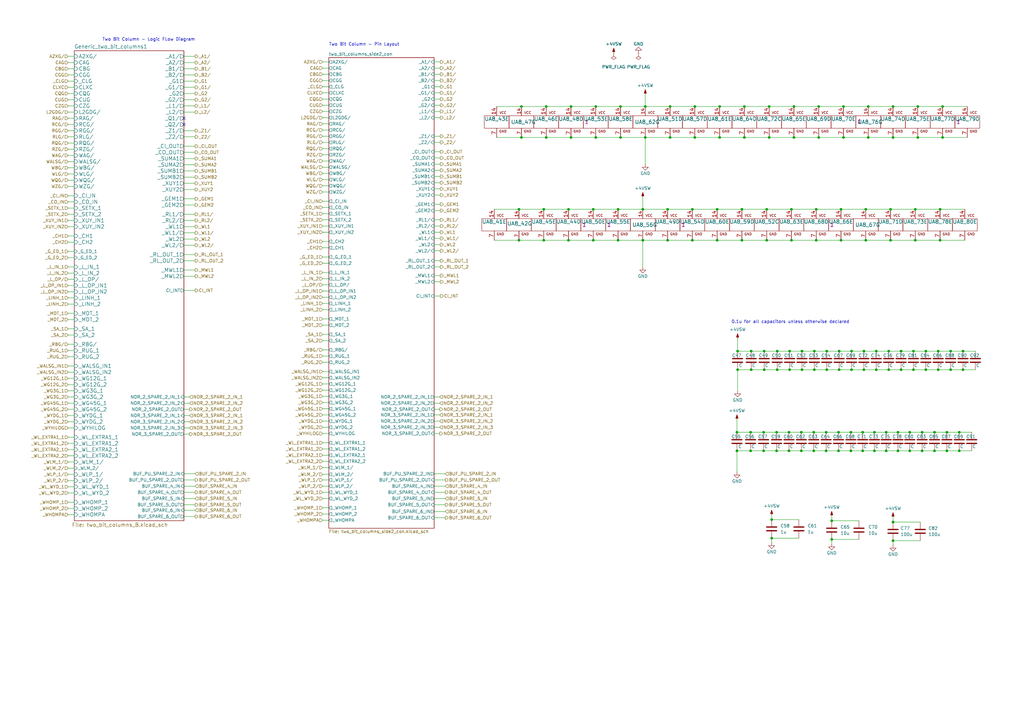
<source format=kicad_sch>
(kicad_sch (version 20211123) (generator eeschema)
  (paper "A3")
  (title_block (title "Logic Flow Diagram - Logic Module A8-A11 Generic") (rev "a") (comment 1 "Ref. Apollo Drawing No. 2005255-, 2005256A, 2005257A, 2005258A") (comment 2 "Important: Pin Layout does not match original Documents") (comment 3 "Side B"))
  (junction (at 307.848 184.912))
  (junction (at 313.436 151.638))
  (junction (at 335.788 56.388))
  (junction (at 349.25 144.018))
  (junction (at 358.648 177.292))
  (junction (at 273.812 85.852))
  (junction (at 334.772 85.852))
  (junction (at 302.514 151.638))
  (junction (at 369.57 151.638))
  (junction (at 314.452 98.552))
  (junction (at 313.436 144.018))
  (junction (at 254.508 43.688))
  (junction (at 274.828 56.388))
  (junction (at 295.148 43.688))
  (junction (at 324.612 85.852))
  (junction (at 365.252 98.552))
  (junction (at 376.428 56.388))
  (junction (at 212.852 85.852))
  (junction (at 333.756 177.292))
  (junction (at 283.972 85.852))
  (junction (at 244.348 56.388))
  (junction (at 323.596 184.912))
  (junction (at 348.996 177.292))
  (junction (at 302.26 177.292))
  (junction (at 386.588 56.388))
  (junction (at 364.49 144.018))
  (junction (at 355.092 98.552))
  (junction (at 316.484 213.106))
  (junction (at 365.252 85.852))
  (junction (at 213.868 56.388))
  (junction (at 366.268 43.688))
  (junction (at 264.668 56.388))
  (junction (at 335.788 43.688))
  (junction (at 294.132 85.852))
  (junction (at 366.268 221.742))
  (junction (at 234.188 56.388))
  (junction (at 394.97 144.018))
  (junction (at 334.01 144.018))
  (junction (at 383.286 177.292))
  (junction (at 344.932 98.552))
  (junction (at 224.028 56.388))
  (junction (at 386.588 43.688))
  (junction (at 356.108 56.388))
  (junction (at 334.772 98.552))
  (junction (at 383.286 184.912))
  (junction (at 344.932 85.852))
  (junction (at 328.676 177.292))
  (junction (at 388.366 177.292))
  (junction (at 341.122 221.234))
  (junction (at 308.102 151.638))
  (junction (at 353.822 184.912))
  (junction (at 338.836 177.292))
  (junction (at 307.848 177.292))
  (junction (at 284.988 43.688))
  (junction (at 374.65 144.018))
  (junction (at 283.972 98.552))
  (junction (at 348.996 184.912))
  (junction (at 325.628 56.388))
  (junction (at 314.452 85.852))
  (junction (at 233.172 98.552))
  (junction (at 388.366 184.912))
  (junction (at 328.93 144.018))
  (junction (at 304.292 85.852))
  (junction (at 244.348 43.688))
  (junction (at 378.206 184.912))
  (junction (at 359.41 151.638))
  (junction (at 313.182 177.292))
  (junction (at 368.3 184.912))
  (junction (at 254.508 56.388))
  (junction (at 343.916 184.912))
  (junction (at 308.102 144.018))
  (junction (at 341.122 213.614))
  (junction (at 213.868 43.688))
  (junction (at 323.85 144.018))
  (junction (at 212.852 98.552))
  (junction (at 354.33 151.638))
  (junction (at 366.268 214.122))
  (junction (at 373.126 177.292))
  (junction (at 234.188 43.688))
  (junction (at 305.308 43.688))
  (junction (at 379.73 151.638))
  (junction (at 318.516 177.292))
  (junction (at 376.428 43.688))
  (junction (at 253.492 98.552))
  (junction (at 325.628 43.688))
  (junction (at 353.822 177.292))
  (junction (at 304.292 98.552))
  (junction (at 323.85 151.638))
  (junction (at 384.81 151.638))
  (junction (at 375.412 85.852))
  (junction (at 318.516 184.912))
  (junction (at 333.756 184.912))
  (junction (at 318.77 151.638))
  (junction (at 318.77 144.018))
  (junction (at 374.65 151.638))
  (junction (at 389.89 151.638))
  (junction (at 273.812 98.552))
  (junction (at 224.028 43.688))
  (junction (at 344.17 144.018))
  (junction (at 375.412 98.552))
  (junction (at 385.572 98.552))
  (junction (at 384.81 144.018))
  (junction (at 349.25 151.638))
  (junction (at 338.836 184.912))
  (junction (at 253.492 85.852))
  (junction (at 274.828 43.688))
  (junction (at 243.332 98.552))
  (junction (at 378.206 177.292))
  (junction (at 294.132 98.552))
  (junction (at 334.01 151.638))
  (junction (at 394.97 151.638))
  (junction (at 385.572 85.852))
  (junction (at 343.916 177.292))
  (junction (at 313.182 184.912))
  (junction (at 339.09 151.638))
  (junction (at 373.126 184.912))
  (junction (at 344.17 151.638))
  (junction (at 355.092 85.852))
  (junction (at 366.268 56.388))
  (junction (at 393.446 177.292))
  (junction (at 233.172 85.852))
  (junction (at 364.49 151.638))
  (junction (at 358.648 184.912))
  (junction (at 363.474 184.912))
  (junction (at 315.468 43.688))
  (junction (at 356.108 43.688))
  (junction (at 369.57 144.018))
  (junction (at 284.988 56.388))
  (junction (at 305.308 56.388))
  (junction (at 263.652 98.552))
  (junction (at 379.73 144.018))
  (junction (at 345.948 56.388))
  (junction (at 264.668 43.688))
  (junction (at 263.652 85.852))
  (junction (at 323.596 177.292))
  (junction (at 223.012 85.852))
  (junction (at 345.948 43.688))
  (junction (at 354.33 144.018))
  (junction (at 243.332 85.852))
  (junction (at 328.93 151.638))
  (junction (at 368.3 177.292))
  (junction (at 359.41 144.018))
  (junction (at 339.09 144.018))
  (junction (at 393.446 184.912))
  (junction (at 302.26 184.912))
  (junction (at 302.514 144.018))
  (junction (at 316.484 220.726))
  (junction (at 315.468 56.388))
  (junction (at 328.676 184.912))
  (junction (at 389.89 144.018))
  (junction (at 324.612 98.552))
  (junction (at 295.148 56.388))
  (junction (at 363.474 177.292))
  (junction (at 223.012 98.552))
  (no_connect (at 75.438 48.514))
  (no_connect (at 75.438 51.054))
  (wire (pts (xy 348.996 184.912) (xy 353.822 184.912)))
  (wire (pts (xy 355.092 98.552) (xy 365.252 98.552)))
  (wire (pts (xy 344.932 98.552) (xy 355.092 98.552)))
  (wire (pts (xy 315.468 43.688) (xy 325.628 43.688)))
  (wire (pts (xy 75.438 67.564) (xy 80.01 67.564)))
  (wire (pts (xy 373.126 177.292) (xy 378.206 177.292)))
  (wire (pts (xy 253.492 85.852) (xy 263.652 85.852)))
  (wire (pts (xy 134.874 73.66) (xy 132.334 73.66)))
  (wire (pts (xy 354.33 151.638) (xy 359.41 151.638)))
  (wire (pts (xy 134.874 87.63) (xy 132.334 87.63)))
  (wire (pts (xy 344.17 151.638) (xy 349.25 151.638)))
  (wire (pts (xy 376.428 56.388) (xy 386.588 56.388)))
  (wire (pts (xy 369.57 151.638) (xy 374.65 151.638)))
  (wire (pts (xy 178.054 25.4) (xy 180.594 25.4)))
  (wire (pts (xy 178.054 43.18) (xy 180.594 43.18)))
  (wire (pts (xy 355.092 85.852) (xy 365.252 85.852)))
  (wire (pts (xy 178.054 113.03) (xy 180.594 113.03)))
  (wire (pts (xy 134.874 189.23) (xy 132.334 189.23)))
  (wire (pts (xy 335.788 43.688) (xy 345.948 43.688)))
  (wire (pts (xy 134.874 186.69) (xy 132.334 186.69)))
  (wire (pts (xy 366.268 221.742) (xy 377.444 221.742)))
  (wire (pts (xy 363.474 177.292) (xy 368.3 177.292)))
  (wire (pts (xy 27.94 155.194) (xy 30.48 155.194)))
  (wire (pts (xy 363.474 184.912) (xy 368.3 184.912)))
  (wire (pts (xy 178.054 55.88) (xy 180.594 55.88)))
  (wire (pts (xy 253.492 98.552) (xy 263.652 98.552)))
  (wire (pts (xy 178.054 196.85) (xy 182.626 196.85)))
  (wire (pts (xy 30.48 63.754) (xy 27.94 63.754)))
  (wire (pts (xy 134.874 194.564) (xy 132.334 194.564)))
  (wire (pts (xy 30.48 109.474) (xy 27.94 109.474)))
  (wire (pts (xy 234.188 43.688) (xy 244.348 43.688)))
  (wire (pts (xy 344.932 85.852) (xy 355.092 85.852)))
  (wire (pts (xy 178.054 83.82) (xy 180.594 83.82)))
  (wire (pts (xy 30.48 202.184) (xy 27.94 202.184)))
  (wire (pts (xy 334.01 144.018) (xy 339.09 144.018)))
  (wire (pts (xy 316.484 211.074) (xy 316.484 213.106)))
  (wire (pts (xy 134.874 191.77) (xy 132.334 191.77)))
  (wire (pts (xy 243.332 85.852) (xy 253.492 85.852)))
  (wire (pts (xy 132.334 167.64) (xy 134.874 167.64)))
  (wire (pts (xy 305.308 43.688) (xy 315.468 43.688)))
  (wire (pts (xy 364.49 151.638) (xy 369.57 151.638)))
  (wire (pts (xy 132.334 157.48) (xy 134.874 157.48)))
  (wire (pts (xy 27.94 124.714) (xy 30.48 124.714)))
  (wire (pts (xy 393.446 184.912) (xy 398.526 184.912)))
  (wire (pts (xy 132.334 105.41) (xy 134.874 105.41)))
  (wire (pts (xy 212.852 85.852) (xy 223.012 85.852)))
  (wire (pts (xy 27.94 92.964) (xy 30.48 92.964)))
  (wire (pts (xy 75.438 40.894) (xy 80.01 40.894)))
  (wire (pts (xy 75.438 28.194) (xy 80.01 28.194)))
  (wire (pts (xy 75.438 30.734) (xy 80.01 30.734)))
  (wire (pts (xy 294.132 98.552) (xy 304.292 98.552)))
  (wire (pts (xy 341.122 221.234) (xy 341.122 223.012)))
  (wire (pts (xy 323.596 177.292) (xy 328.676 177.292)))
  (wire (pts (xy 178.054 69.85) (xy 180.594 69.85)))
  (wire (pts (xy 75.438 104.394) (xy 80.01 104.394)))
  (wire (pts (xy 328.93 151.638) (xy 334.01 151.638)))
  (wire (pts (xy 30.48 23.114) (xy 27.94 23.114)))
  (wire (pts (xy 30.48 28.194) (xy 27.94 28.194)))
  (wire (pts (xy 30.48 35.814) (xy 27.94 35.814)))
  (wire (pts (xy 30.48 141.224) (xy 27.94 141.224)))
  (wire (pts (xy 134.874 55.88) (xy 132.334 55.88)))
  (wire (pts (xy 30.48 80.264) (xy 27.94 80.264)))
  (wire (pts (xy 75.438 92.964) (xy 80.01 92.964)))
  (wire (pts (xy 30.48 58.674) (xy 27.94 58.674)))
  (wire (pts (xy 224.028 43.688) (xy 234.188 43.688)))
  (wire (pts (xy 213.868 56.388) (xy 224.028 56.388)))
  (wire (pts (xy 325.628 43.688) (xy 335.788 43.688)))
  (wire (pts (xy 341.122 221.234) (xy 352.298 221.234)))
  (wire (pts (xy 75.438 35.814) (xy 80.01 35.814)))
  (wire (pts (xy 374.65 151.638) (xy 379.73 151.638)))
  (wire (pts (xy 75.438 62.484) (xy 80.01 62.484)))
  (wire (pts (xy 30.48 119.634) (xy 27.94 119.634)))
  (wire (pts (xy 202.692 98.552) (xy 212.852 98.552)))
  (wire (pts (xy 364.49 144.018) (xy 369.57 144.018)))
  (wire (pts (xy 315.468 56.388) (xy 325.628 56.388)))
  (wire (pts (xy 30.48 33.274) (xy 27.94 33.274)))
  (wire (pts (xy 30.48 186.944) (xy 27.94 186.944)))
  (wire (pts (xy 339.09 151.638) (xy 344.17 151.638)))
  (wire (pts (xy 178.054 33.02) (xy 180.594 33.02)))
  (wire (pts (xy 75.438 77.724) (xy 80.01 77.724)))
  (wire (pts (xy 178.054 38.1) (xy 180.594 38.1)))
  (wire (pts (xy 178.054 194.31) (xy 182.626 194.31)))
  (wire (pts (xy 178.054 35.56) (xy 180.594 35.56)))
  (wire (pts (xy 30.48 181.864) (xy 27.94 181.864)))
  (wire (pts (xy 134.874 210.82) (xy 132.334 210.82)))
  (wire (pts (xy 178.054 64.77) (xy 180.594 64.77)))
  (wire (pts (xy 30.48 199.644) (xy 27.94 199.644)))
  (wire (pts (xy 132.334 124.46) (xy 134.874 124.46)))
  (wire (pts (xy 75.438 33.274) (xy 80.01 33.274)))
  (wire (pts (xy 30.48 134.874) (xy 27.94 134.874)))
  (wire (pts (xy 30.48 172.974) (xy 27.94 172.974)))
  (wire (pts (xy 203.708 56.388) (xy 213.868 56.388)))
  (wire (pts (xy 368.3 177.292) (xy 373.126 177.292)))
  (wire (pts (xy 30.48 114.554) (xy 27.94 114.554)))
  (wire (pts (xy 30.48 179.324) (xy 27.94 179.324)))
  (wire (pts (xy 264.668 56.388) (xy 274.828 56.388)))
  (wire (pts (xy 75.438 170.434) (xy 77.724 170.434)))
  (wire (pts (xy 178.054 170.18) (xy 180.34 170.18)))
  (wire (pts (xy 134.874 111.76) (xy 132.334 111.76)))
  (wire (pts (xy 75.438 201.93) (xy 80.01 201.93)))
  (wire (pts (xy 134.874 71.12) (xy 132.334 71.12)))
  (wire (pts (xy 30.48 175.514) (xy 27.94 175.514)))
  (wire (pts (xy 178.054 201.93) (xy 182.626 201.93)))
  (wire (pts (xy 132.334 165.1) (xy 134.874 165.1)))
  (wire (pts (xy 132.334 107.95) (xy 134.874 107.95)))
  (wire (pts (xy 264.668 43.688) (xy 274.828 43.688)))
  (wire (pts (xy 75.438 110.744) (xy 80.01 110.744)))
  (wire (pts (xy 27.94 82.804) (xy 30.48 82.804)))
  (wire (pts (xy 178.054 48.26) (xy 180.594 48.26)))
  (wire (pts (xy 178.054 90.17) (xy 180.594 90.17)))
  (wire (pts (xy 318.77 151.638) (xy 323.85 151.638)))
  (wire (pts (xy 132.334 127) (xy 134.874 127)))
  (wire (pts (xy 263.652 98.552) (xy 273.812 98.552)))
  (wire (pts (xy 27.94 205.994) (xy 30.48 205.994)))
  (wire (pts (xy 134.874 121.92) (xy 132.334 121.92)))
  (wire (pts (xy 75.438 194.31) (xy 80.01 194.31)))
  (wire (pts (xy 385.572 85.852) (xy 395.732 85.852)))
  (wire (pts (xy 75.438 172.974) (xy 77.724 172.974)))
  (wire (pts (xy 295.148 56.388) (xy 305.308 56.388)))
  (wire (pts (xy 359.41 151.638) (xy 364.49 151.638)))
  (wire (pts (xy 75.438 207.01) (xy 80.01 207.01)))
  (wire (pts (xy 354.33 144.018) (xy 359.41 144.018)))
  (wire (pts (xy 132.334 208.28) (xy 134.874 208.28)))
  (wire (pts (xy 323.85 144.018) (xy 328.93 144.018)))
  (wire (pts (xy 338.836 184.912) (xy 343.916 184.912)))
  (wire (pts (xy 27.94 157.734) (xy 30.48 157.734)))
  (wire (pts (xy 30.48 45.974) (xy 27.94 45.974)))
  (wire (pts (xy 178.054 175.26) (xy 180.34 175.26)))
  (wire (pts (xy 178.054 100.33) (xy 180.594 100.33)))
  (wire (pts (xy 27.94 122.174) (xy 30.48 122.174)))
  (wire (pts (xy 379.73 151.638) (xy 384.81 151.638)))
  (wire (pts (xy 341.122 213.614) (xy 352.298 213.614)))
  (wire (pts (xy 203.708 43.688) (xy 213.868 43.688)))
  (wire (pts (xy 302.26 171.958) (xy 302.26 177.292)))
  (wire (pts (xy 75.438 113.284) (xy 80.01 113.284)))
  (wire (pts (xy 302.514 144.018) (xy 308.102 144.018)))
  (wire (pts (xy 134.874 78.74) (xy 132.334 78.74)))
  (wire (pts (xy 75.438 87.884) (xy 80.01 87.884)))
  (wire (pts (xy 30.48 192.024) (xy 27.94 192.024)))
  (wire (pts (xy 344.17 144.018) (xy 349.25 144.018)))
  (wire (pts (xy 264.668 38.608) (xy 264.668 43.688)))
  (wire (pts (xy 134.874 181.61) (xy 132.334 181.61)))
  (wire (pts (xy 134.874 82.55) (xy 132.334 82.55)))
  (wire (pts (xy 264.668 67.31) (xy 264.668 56.388)))
  (wire (pts (xy 394.97 151.638) (xy 400.05 151.638)))
  (wire (pts (xy 386.588 56.388) (xy 396.748 56.388)))
  (wire (pts (xy 359.41 144.018) (xy 364.49 144.018)))
  (wire (pts (xy 313.182 184.912) (xy 318.516 184.912)))
  (wire (pts (xy 178.054 102.87) (xy 180.594 102.87)))
  (wire (pts (xy 325.628 56.388) (xy 335.788 56.388)))
  (wire (pts (xy 213.868 43.688) (xy 224.028 43.688)))
  (wire (pts (xy 178.054 204.47) (xy 182.626 204.47)))
  (wire (pts (xy 134.874 143.51) (xy 132.334 143.51)))
  (wire (pts (xy 324.612 85.852) (xy 334.772 85.852)))
  (wire (pts (xy 348.996 177.292) (xy 353.822 177.292)))
  (wire (pts (xy 134.874 30.48) (xy 132.334 30.48)))
  (wire (pts (xy 30.48 170.434) (xy 27.94 170.434)))
  (wire (pts (xy 178.054 212.344) (xy 182.626 212.344)))
  (wire (pts (xy 335.788 56.388) (xy 345.948 56.388)))
  (wire (pts (xy 27.94 162.814) (xy 30.48 162.814)))
  (wire (pts (xy 30.48 128.524) (xy 27.94 128.524)))
  (wire (pts (xy 132.334 160.02) (xy 134.874 160.02)))
  (wire (pts (xy 75.438 53.594) (xy 80.01 53.594)))
  (wire (pts (xy 132.334 119.38) (xy 134.874 119.38)))
  (wire (pts (xy 178.054 109.474) (xy 180.594 109.474)))
  (wire (pts (xy 365.252 98.552) (xy 375.412 98.552)))
  (wire (pts (xy 134.874 184.15) (xy 132.334 184.15)))
  (wire (pts (xy 30.48 71.374) (xy 27.94 71.374)))
  (wire (pts (xy 223.012 98.552) (xy 233.172 98.552)))
  (wire (pts (xy 389.89 144.018) (xy 394.97 144.018)))
  (wire (pts (xy 178.054 106.934) (xy 180.594 106.934)))
  (wire (pts (xy 394.97 144.018) (xy 400.05 144.018)))
  (wire (pts (xy 263.652 80.772) (xy 263.652 85.852)))
  (wire (pts (xy 294.132 85.852) (xy 304.292 85.852)))
  (wire (pts (xy 234.188 56.388) (xy 244.348 56.388)))
  (wire (pts (xy 27.94 103.124) (xy 30.48 103.124)))
  (wire (pts (xy 263.652 109.474) (xy 263.652 98.552)))
  (wire (pts (xy 75.438 98.044) (xy 80.01 98.044)))
  (wire (pts (xy 339.09 144.018) (xy 344.17 144.018)))
  (wire (pts (xy 178.054 95.25) (xy 180.594 95.25)))
  (wire (pts (xy 378.206 177.292) (xy 383.286 177.292)))
  (wire (pts (xy 132.334 148.59) (xy 134.874 148.59)))
  (wire (pts (xy 134.874 116.84) (xy 132.334 116.84)))
  (wire (pts (xy 302.26 184.912) (xy 307.848 184.912)))
  (wire (pts (xy 302.514 151.638) (xy 302.514 160.274)))
  (wire (pts (xy 75.438 84.074) (xy 80.01 84.074)))
  (wire (pts (xy 75.438 95.504) (xy 80.01 95.504)))
  (wire (pts (xy 178.054 40.64) (xy 180.594 40.64)))
  (wire (pts (xy 366.268 56.388) (xy 376.428 56.388)))
  (wire (pts (xy 389.89 151.638) (xy 394.97 151.638)))
  (wire (pts (xy 75.438 178.054) (xy 77.724 178.054)))
  (wire (pts (xy 334.772 98.552) (xy 344.932 98.552)))
  (wire (pts (xy 178.054 45.72) (xy 180.594 45.72)))
  (wire (pts (xy 343.916 184.912) (xy 348.996 184.912)))
  (wire (pts (xy 134.874 137.16) (xy 132.334 137.16)))
  (wire (pts (xy 30.48 38.354) (xy 27.94 38.354)))
  (wire (pts (xy 75.438 81.534) (xy 80.01 81.534)))
  (wire (pts (xy 233.172 98.552) (xy 243.332 98.552)))
  (wire (pts (xy 134.874 27.94) (xy 132.334 27.94)))
  (wire (pts (xy 30.48 66.294) (xy 27.94 66.294)))
  (wire (pts (xy 328.676 184.912) (xy 333.756 184.912)))
  (wire (pts (xy 366.268 221.742) (xy 366.268 223.52)))
  (wire (pts (xy 308.102 151.638) (xy 313.436 151.638)))
  (wire (pts (xy 134.874 76.2) (xy 132.334 76.2)))
  (wire (pts (xy 302.514 151.638) (xy 308.102 151.638)))
  (wire (pts (xy 27.94 146.304) (xy 30.48 146.304)))
  (wire (pts (xy 178.054 92.71) (xy 180.594 92.71)))
  (wire (pts (xy 75.438 45.974) (xy 80.01 45.974)))
  (wire (pts (xy 274.828 56.388) (xy 284.988 56.388)))
  (wire (pts (xy 178.054 162.814) (xy 180.34 162.814)))
  (wire (pts (xy 134.874 201.93) (xy 132.334 201.93)))
  (wire (pts (xy 27.94 143.764) (xy 30.48 143.764)))
  (wire (pts (xy 233.172 85.852) (xy 243.332 85.852)))
  (wire (pts (xy 75.438 56.134) (xy 80.01 56.134)))
  (wire (pts (xy 353.822 177.292) (xy 358.648 177.292)))
  (wire (pts (xy 284.988 43.688) (xy 295.148 43.688)))
  (wire (pts (xy 393.446 177.292) (xy 398.526 177.292)))
  (wire (pts (xy 75.438 38.354) (xy 80.01 38.354)))
  (wire (pts (xy 30.48 68.834) (xy 27.94 68.834)))
  (wire (pts (xy 75.438 65.024) (xy 80.01 65.024)))
  (wire (pts (xy 384.81 151.638) (xy 389.89 151.638)))
  (wire (pts (xy 385.572 98.552) (xy 395.732 98.552)))
  (wire (pts (xy 316.484 220.726) (xy 316.484 222.504)))
  (wire (pts (xy 178.054 172.72) (xy 180.34 172.72)))
  (wire (pts (xy 383.286 177.292) (xy 388.366 177.292)))
  (wire (pts (xy 302.26 177.292) (xy 307.848 177.292)))
  (wire (pts (xy 328.676 177.292) (xy 333.756 177.292)))
  (wire (pts (xy 324.612 98.552) (xy 334.772 98.552)))
  (wire (pts (xy 75.438 209.296) (xy 80.01 209.296)))
  (wire (pts (xy 134.874 114.3) (xy 132.334 114.3)))
  (wire (pts (xy 333.756 177.292) (xy 338.836 177.292)))
  (wire (pts (xy 251.714 21.844) (xy 251.714 21.59)))
  (wire (pts (xy 30.48 211.074) (xy 27.94 211.074)))
  (wire (pts (xy 308.102 144.018) (xy 313.436 144.018)))
  (wire (pts (xy 132.334 146.05) (xy 134.874 146.05)))
  (wire (pts (xy 375.412 98.552) (xy 385.572 98.552)))
  (wire (pts (xy 302.006 177.292) (xy 302.26 177.292)))
  (wire (pts (xy 383.286 184.912) (xy 388.366 184.912)))
  (wire (pts (xy 134.874 172.72) (xy 132.334 172.72)))
  (wire (pts (xy 132.334 95.25) (xy 134.874 95.25)))
  (wire (pts (xy 178.054 167.894) (xy 180.34 167.894)))
  (wire (pts (xy 366.268 214.122) (xy 377.444 214.122)))
  (wire (pts (xy 178.054 80.01) (xy 180.594 80.01)))
  (wire (pts (xy 178.054 86.36) (xy 180.594 86.36)))
  (wire (pts (xy 132.334 170.18) (xy 134.874 170.18)))
  (wire (pts (xy 30.48 112.014) (xy 27.94 112.014)))
  (wire (pts (xy 295.148 43.688) (xy 305.308 43.688)))
  (wire (pts (xy 30.48 73.914) (xy 27.94 73.914)))
  (wire (pts (xy 134.874 63.5) (xy 132.334 63.5)))
  (wire (pts (xy 30.48 197.104) (xy 27.94 197.104)))
  (wire (pts (xy 373.126 184.912) (xy 378.206 184.912)))
  (wire (pts (xy 134.874 130.81) (xy 132.334 130.81)))
  (wire (pts (xy 75.438 162.814) (xy 77.724 162.814)))
  (wire (pts (xy 30.48 99.314) (xy 27.94 99.314)))
  (wire (pts (xy 318.77 144.018) (xy 323.85 144.018)))
  (wire (pts (xy 178.054 207.01) (xy 182.626 207.01)))
  (wire (pts (xy 75.438 106.934) (xy 80.01 106.934)))
  (wire (pts (xy 30.48 96.774) (xy 27.94 96.774)))
  (wire (pts (xy 30.48 40.894) (xy 27.94 40.894)))
  (wire (pts (xy 30.48 51.054) (xy 27.94 51.054)))
  (wire (pts (xy 178.054 30.48) (xy 180.594 30.48)))
  (wire (pts (xy 134.874 40.64) (xy 132.334 40.64)))
  (wire (pts (xy 75.438 165.354) (xy 77.724 165.354)))
  (wire (pts (xy 30.48 53.594) (xy 27.94 53.594)))
  (wire (pts (xy 30.48 30.734) (xy 27.94 30.734)))
  (wire (pts (xy 75.438 90.424) (xy 80.01 90.424)))
  (wire (pts (xy 134.874 154.94) (xy 132.334 154.94)))
  (wire (pts (xy 349.25 144.018) (xy 354.33 144.018)))
  (wire (pts (xy 134.874 25.4) (xy 132.334 25.4)))
  (wire (pts (xy 30.48 56.134) (xy 27.94 56.134)))
  (wire (pts (xy 274.828 43.688) (xy 284.988 43.688)))
  (wire (pts (xy 30.48 43.434) (xy 27.94 43.434)))
  (wire (pts (xy 273.812 98.552) (xy 283.972 98.552)))
  (wire (pts (xy 307.848 184.912) (xy 313.182 184.912)))
  (wire (pts (xy 27.94 160.274) (xy 30.48 160.274)))
  (wire (pts (xy 75.438 199.39) (xy 80.01 199.39)))
  (wire (pts (xy 30.48 137.414) (xy 27.94 137.414)))
  (wire (pts (xy 374.65 144.018) (xy 379.73 144.018)))
  (wire (pts (xy 178.054 67.31) (xy 180.594 67.31)))
  (wire (pts (xy 284.988 56.388) (xy 295.148 56.388)))
  (wire (pts (xy 134.874 204.47) (xy 132.334 204.47)))
  (wire (pts (xy 243.332 98.552) (xy 253.492 98.552)))
  (wire (pts (xy 254.508 43.688) (xy 264.668 43.688)))
  (wire (pts (xy 378.206 184.912) (xy 383.286 184.912)))
  (wire (pts (xy 27.94 165.354) (xy 30.48 165.354)))
  (wire (pts (xy 30.48 25.654) (xy 27.94 25.654)))
  (wire (pts (xy 134.874 90.17) (xy 132.334 90.17)))
  (wire (pts (xy 356.108 43.688) (xy 366.268 43.688)))
  (wire (pts (xy 134.874 101.6) (xy 132.334 101.6)))
  (wire (pts (xy 178.054 177.8) (xy 180.34 177.8)))
  (wire (pts (xy 134.874 45.72) (xy 132.334 45.72)))
  (wire (pts (xy 134.874 177.8) (xy 132.334 177.8)))
  (wire (pts (xy 379.73 144.018) (xy 384.81 144.018)))
  (wire (pts (xy 134.874 53.34) (xy 132.334 53.34)))
  (wire (pts (xy 334.01 151.638) (xy 339.09 151.638)))
  (wire (pts (xy 134.874 152.4) (xy 132.334 152.4)))
  (wire (pts (xy 178.054 115.57) (xy 180.594 115.57)))
  (wire (pts (xy 244.348 56.388) (xy 254.508 56.388)))
  (wire (pts (xy 134.874 35.56) (xy 132.334 35.56)))
  (wire (pts (xy 305.308 56.388) (xy 315.468 56.388)))
  (wire (pts (xy 178.054 27.94) (xy 180.594 27.94)))
  (wire (pts (xy 302.514 138.684) (xy 302.514 144.018)))
  (wire (pts (xy 30.48 189.484) (xy 27.94 189.484)))
  (wire (pts (xy 345.948 43.688) (xy 356.108 43.688)))
  (wire (pts (xy 30.48 76.454) (xy 27.94 76.454)))
  (wire (pts (xy 178.054 199.39) (xy 182.626 199.39)))
  (wire (pts (xy 134.874 60.96) (xy 132.334 60.96)))
  (wire (pts (xy 75.438 100.584) (xy 80.01 100.584)))
  (wire (pts (xy 273.812 85.852) (xy 283.972 85.852)))
  (wire (pts (xy 75.438 196.85) (xy 80.01 196.85)))
  (wire (pts (xy 318.516 184.912) (xy 323.596 184.912)))
  (wire (pts (xy 178.054 97.79) (xy 180.594 97.79)))
  (wire (pts (xy 304.292 98.552) (xy 314.452 98.552)))
  (wire (pts (xy 30.48 150.114) (xy 27.94 150.114)))
  (wire (pts (xy 75.438 70.104) (xy 80.01 70.104)))
  (wire (pts (xy 132.334 85.09) (xy 134.874 85.09)))
  (wire (pts (xy 366.268 212.09) (xy 366.268 214.122)))
  (wire (pts (xy 178.054 165.354) (xy 180.34 165.354)))
  (wire (pts (xy 202.692 85.852) (xy 212.852 85.852)))
  (wire (pts (xy 302.26 184.912) (xy 302.26 193.548)))
  (wire (pts (xy 75.438 43.434) (xy 80.01 43.434)))
  (wire (pts (xy 178.054 58.42) (xy 180.594 58.42)))
  (wire (pts (xy 30.48 85.344) (xy 27.94 85.344)))
  (wire (pts (xy 134.874 199.39) (xy 132.334 199.39)))
  (wire (pts (xy 134.874 196.85) (xy 132.334 196.85)))
  (wire (pts (xy 132.334 92.71) (xy 134.874 92.71)))
  (wire (pts (xy 307.848 177.292) (xy 313.182 177.292)))
  (wire (pts (xy 302.26 144.018) (xy 302.514 144.018)))
  (wire (pts (xy 30.48 194.564) (xy 27.94 194.564)))
  (wire (pts (xy 353.822 184.912) (xy 358.648 184.912)))
  (wire (pts (xy 313.436 151.638) (xy 318.77 151.638)))
  (wire (pts (xy 134.874 33.02) (xy 132.334 33.02)))
  (wire (pts (xy 134.874 58.42) (xy 132.334 58.42)))
  (wire (pts (xy 75.438 75.184) (xy 80.01 75.184)))
  (wire (pts (xy 343.916 177.292) (xy 348.996 177.292)))
  (wire (pts (xy 178.054 74.93) (xy 180.594 74.93)))
  (wire (pts (xy 134.874 48.26) (xy 132.334 48.26)))
  (wire (pts (xy 27.94 117.094) (xy 30.48 117.094)))
  (wire (pts (xy 323.596 184.912) (xy 328.676 184.912)))
  (wire (pts (xy 212.852 98.552) (xy 223.012 98.552)))
  (wire (pts (xy 134.874 66.04) (xy 132.334 66.04)))
  (wire (pts (xy 314.452 98.552) (xy 324.612 98.552)))
  (wire (pts (xy 30.48 48.514) (xy 27.94 48.514)))
  (wire (pts (xy 283.972 98.552) (xy 294.132 98.552)))
  (wire (pts (xy 75.438 119.126) (xy 80.01 119.126)))
  (wire (pts (xy 75.438 204.47) (xy 80.01 204.47)))
  (wire (pts (xy 314.452 85.852) (xy 324.612 85.852)))
  (wire (pts (xy 316.484 220.726) (xy 327.66 220.726)))
  (wire (pts (xy 30.48 131.064) (xy 27.94 131.064)))
  (wire (pts (xy 376.428 43.688) (xy 386.588 43.688)))
  (wire (pts (xy 254.508 56.388) (xy 264.668 56.388)))
  (wire (pts (xy 134.874 43.18) (xy 132.334 43.18)))
  (wire (pts (xy 27.94 167.894) (xy 30.48 167.894)))
  (wire (pts (xy 368.3 184.912) (xy 373.126 184.912)))
  (wire (pts (xy 178.054 121.412) (xy 180.594 121.412)))
  (wire (pts (xy 328.93 144.018) (xy 334.01 144.018)))
  (wire (pts (xy 132.334 162.56) (xy 134.874 162.56)))
  (wire (pts (xy 134.874 175.26) (xy 132.334 175.26)))
  (wire (pts (xy 223.012 85.852) (xy 233.172 85.852)))
  (wire (pts (xy 134.874 99.06) (xy 132.334 99.06)))
  (wire (pts (xy 313.436 144.018) (xy 318.77 144.018)))
  (wire (pts (xy 358.648 184.912) (xy 363.474 184.912)))
  (wire (pts (xy 334.772 85.852) (xy 344.932 85.852)))
  (wire (pts (xy 345.948 56.388) (xy 356.108 56.388)))
  (wire (pts (xy 27.94 105.664) (xy 30.48 105.664)))
  (wire (pts (xy 349.25 151.638) (xy 354.33 151.638)))
  (wire (pts (xy 388.366 177.292) (xy 393.446 177.292)))
  (wire (pts (xy 75.438 167.894) (xy 77.724 167.894)))
  (wire (pts (xy 75.438 175.514) (xy 77.724 175.514)))
  (wire (pts (xy 75.438 72.644) (xy 80.01 72.644)))
  (wire (pts (xy 75.438 59.944) (xy 80.01 59.944)))
  (wire (pts (xy 388.366 184.912) (xy 393.446 184.912)))
  (wire (pts (xy 75.438 25.654) (xy 80.01 25.654)))
  (wire (pts (xy 178.054 62.23) (xy 180.594 62.23)))
  (wire (pts (xy 224.028 56.388) (xy 234.188 56.388)))
  (wire (pts (xy 366.268 43.688) (xy 376.428 43.688)))
  (wire (pts (xy 75.438 23.114) (xy 80.01 23.114)))
  (wire (pts (xy 318.516 177.292) (xy 323.596 177.292)))
  (wire (pts (xy 384.81 144.018) (xy 389.89 144.018)))
  (wire (pts (xy 375.412 85.852) (xy 385.572 85.852)))
  (wire (pts (xy 30.48 208.534) (xy 27.94 208.534)))
  (wire (pts (xy 134.874 213.36) (xy 132.334 213.36)))
  (wire (pts (xy 283.972 85.852) (xy 294.132 85.852)))
  (wire (pts (xy 134.874 50.8) (xy 132.334 50.8)))
  (wire (pts (xy 134.874 133.35) (xy 132.334 133.35)))
  (wire (pts (xy 323.85 151.638) (xy 328.93 151.638)))
  (wire (pts (xy 316.484 213.106) (xy 327.66 213.106)))
  (wire (pts (xy 75.438 211.836) (xy 80.01 211.836)))
  (wire (pts (xy 30.48 184.404) (xy 27.94 184.404)))
  (wire (pts (xy 338.836 177.292) (xy 343.916 177.292)))
  (wire (pts (xy 333.756 184.912) (xy 338.836 184.912)))
  (wire (pts (xy 386.588 43.688) (xy 396.748 43.688)))
  (wire (pts (xy 30.48 87.884) (xy 27.94 87.884)))
  (wire (pts (xy 313.182 177.292) (xy 318.516 177.292)))
  (wire (pts (xy 30.48 152.654) (xy 27.94 152.654)))
  (wire (pts (xy 134.874 139.7) (xy 132.334 139.7)))
  (wire (pts (xy 341.122 211.582) (xy 341.122 213.614)))
  (wire (pts (xy 244.348 43.688) (xy 254.508 43.688)))
  (wire (pts (xy 365.252 85.852) (xy 375.412 85.852)))
  (wire (pts (xy 178.054 209.804) (xy 182.626 209.804)))
  (wire (pts (xy 369.57 144.018) (xy 374.65 144.018)))
  (wire (pts (xy 134.874 68.58) (xy 132.334 68.58)))
  (wire (pts (xy 134.874 38.1) (xy 132.334 38.1)))
  (wire (pts (xy 263.652 85.852) (xy 273.812 85.852)))
  (wire (pts (xy 178.054 77.47) (xy 180.594 77.47)))
  (wire (pts (xy 304.292 85.852) (xy 314.452 85.852)))
  (wire (pts (xy 27.94 90.424) (xy 30.48 90.424)))
  (wire (pts (xy 30.48 61.214) (xy 27.94 61.214)))
  (wire (pts (xy 178.054 72.39) (xy 180.594 72.39)))
  (wire (pts (xy 358.648 177.292) (xy 363.474 177.292)))
  (wire (pts (xy 356.108 56.388) (xy 366.268 56.388)))
  (text "Two Bit Column - Pin Layout\n" (at 134.874 19.05 0) (effects (font (size 1.27 1.27)) (justify left bottom)))
  (text "Two Bit Column - Logic FLow Diagram\n" (at 41.91 17.018 0) (effects (font (size 1.27 1.27)) (justify left bottom)))
  (text "0.1u for all capacitors unless otherwise declared\n" (at 299.974 132.842 0) (effects (font (size 1.27 1.27)) (justify left bottom)))
  (hierarchical_label "_RUG_1" (shape input) (at 132.334 146.05 180))
  (hierarchical_label "_L_IN_1" (shape input) (at 27.94 109.474 180))
  (hierarchical_label "L2GDG{slash}" (shape input) (at 132.334 48.26 180))
  (hierarchical_label "_WLM_2{slash}" (shape input) (at 27.94 192.024 180))
  (hierarchical_label "CAG" (shape input) (at 132.334 27.94 180))
  (hierarchical_label "_CI_IN" (shape input) (at 27.94 80.264 180))
  (hierarchical_label "_XUY2" (shape output) (at 80.01 77.724 0))
  (hierarchical_label "NOR_3_SPARE_2_OUT" (shape output) (at 77.724 178.054 0))
  (hierarchical_label "_MDT_1" (shape input) (at 132.334 130.81 180))
  (hierarchical_label "_WLP_1{slash}" (shape input) (at 27.94 194.564 180))
  (hierarchical_label "_L1{slash}" (shape output) (at 180.594 45.72 0))
  (hierarchical_label "_L_OP_IN2" (shape input) (at 132.334 121.92 180))
  (hierarchical_label "_SETX_1" (shape input) (at 132.334 87.63 180))
  (hierarchical_label "_L2{slash}" (shape output) (at 80.01 45.974 0))
  (hierarchical_label "BUF_SPARE_6_IN" (shape input) (at 182.626 209.804 0))
  (hierarchical_label "_LINH_2" (shape input) (at 27.94 124.714 180))
  (hierarchical_label "_WYHILOG" (shape input) (at 132.334 177.8 180))
  (hierarchical_label "_MWL1" (shape output) (at 180.594 113.03 0))
  (hierarchical_label "WZG{slash}" (shape input) (at 27.94 76.454 180))
  (hierarchical_label "CLXC" (shape input) (at 27.94 35.814 180))
  (hierarchical_label "_RL1{slash}" (shape output) (at 180.594 90.17 0))
  (hierarchical_label "_LINH_1" (shape input) (at 132.334 124.46 180))
  (hierarchical_label "_G_ED_1" (shape input) (at 27.94 103.124 180))
  (hierarchical_label "_RUG_1" (shape input) (at 27.94 143.764 180))
  (hierarchical_label "_B2{slash}" (shape output) (at 180.594 33.02 0))
  (hierarchical_label "WBG{slash}" (shape input) (at 27.94 68.834 180))
  (hierarchical_label "_SETX_2" (shape input) (at 132.334 90.17 180))
  (hierarchical_label "_WG12G_2" (shape input) (at 27.94 157.734 180))
  (hierarchical_label "_XUY1" (shape output) (at 80.01 75.184 0))
  (hierarchical_label "BUF_SPARE_4_IN" (shape input) (at 182.626 199.39 0))
  (hierarchical_label "RAG{slash}" (shape input) (at 132.334 50.8 180))
  (hierarchical_label "_L_IN_1" (shape input) (at 132.334 111.76 180))
  (hierarchical_label "_WL_WYD_2" (shape input) (at 27.94 202.184 180))
  (hierarchical_label "_WL_EXTRA2_1" (shape input) (at 27.94 184.404 180))
  (hierarchical_label "_A1{slash}" (shape output) (at 80.01 23.114 0))
  (hierarchical_label "NOR_2_SPARE_2_IN_2" (shape input) (at 180.34 165.354 0))
  (hierarchical_label "_WL_EXTRA1_2" (shape input) (at 132.334 184.15 180))
  (hierarchical_label "CGG" (shape input) (at 132.334 33.02 180))
  (hierarchical_label "_WL_EXTRA1_2" (shape input) (at 27.94 181.864 180))
  (hierarchical_label "NOR_2_SPARE_2_OUT" (shape output) (at 180.34 167.894 0))
  (hierarchical_label "_RBG{slash}" (shape input) (at 27.94 141.224 180))
  (hierarchical_label "BUF_SPARE_6_OUT" (shape output) (at 80.01 211.836 0))
  (hierarchical_label "_L2{slash}" (shape output) (at 180.594 48.26 0))
  (hierarchical_label "_G1{slash}" (shape output) (at 180.594 38.1 0))
  (hierarchical_label "RQG{slash}" (shape input) (at 132.334 60.96 180))
  (hierarchical_label "RLG{slash}" (shape input) (at 27.94 56.134 180))
  (hierarchical_label "BUF_SPARE_4_IN" (shape input) (at 80.01 199.39 0))
  (hierarchical_label "_WLP_2{slash}" (shape input) (at 132.334 199.39 180))
  (hierarchical_label "_XUY2" (shape output) (at 180.594 80.01 0))
  (hierarchical_label "RCG{slash}" (shape input) (at 132.334 53.34 180))
  (hierarchical_label "_WG3G_1" (shape input) (at 27.94 160.274 180))
  (hierarchical_label "_WLP_1{slash}" (shape input) (at 132.334 196.85 180))
  (hierarchical_label "_SA_1" (shape input) (at 27.94 134.874 180))
  (hierarchical_label "_Z1{slash}" (shape output) (at 180.594 55.88 0))
  (hierarchical_label "_CO_OUT" (shape output) (at 180.594 64.77 0))
  (hierarchical_label "_CI_OUT" (shape output) (at 80.01 59.944 0))
  (hierarchical_label "_RL_OUT_2" (shape output) (at 180.594 109.474 0))
  (hierarchical_label "_RL2{slash}" (shape output) (at 180.594 92.71 0))
  (hierarchical_label "_WYDG_1" (shape input) (at 132.334 172.72 180))
  (hierarchical_label "_RL_OUT_1" (shape output) (at 80.01 104.394 0))
  (hierarchical_label "_MWL2" (shape output) (at 80.01 113.284 0))
  (hierarchical_label "_WG45G_2" (shape input) (at 27.94 167.894 180))
  (hierarchical_label "_SETX_1" (shape input) (at 27.94 85.344 180))
  (hierarchical_label "_SA_1" (shape input) (at 132.334 137.16 180))
  (hierarchical_label "_CI_OUT" (shape output) (at 180.594 62.23 0))
  (hierarchical_label "_CO_IN" (shape input) (at 27.94 82.804 180))
  (hierarchical_label "_CO_OUT" (shape output) (at 80.01 62.484 0))
  (hierarchical_label "_CH1" (shape input) (at 27.94 96.774 180))
  (hierarchical_label "_WL_WYD_2" (shape input) (at 132.334 204.47 180))
  (hierarchical_label "_SETX_2" (shape input) (at 27.94 87.884 180))
  (hierarchical_label "_XUY_IN2" (shape input) (at 132.334 95.25 180))
  (hierarchical_label "_WL1{slash}" (shape output) (at 180.594 97.79 0))
  (hierarchical_label "_SUMB2" (shape output) (at 80.01 72.644 0))
  (hierarchical_label "_Z2{slash}" (shape output) (at 180.594 58.42 0))
  (hierarchical_label "BUF_SPARE_4_OUT" (shape output) (at 182.626 201.93 0))
  (hierarchical_label "NOR_3_SPARE_2_IN_3" (shape input) (at 77.724 175.514 0))
  (hierarchical_label "BUF_PU_SPARE_2_OUT" (shape output) (at 80.01 196.85 0))
  (hierarchical_label "_WYHILOG" (shape input) (at 27.94 175.514 180))
  (hierarchical_label "_G2" (shape output) (at 80.01 38.354 0))
  (hierarchical_label "_SUMB1" (shape output) (at 80.01 70.104 0))
  (hierarchical_label "WAG{slash}" (shape input) (at 132.334 66.04 180))
  (hierarchical_label "_LINH_1" (shape input) (at 27.94 122.174 180))
  (hierarchical_label "_WG3G_2" (shape input) (at 27.94 162.814 180))
  (hierarchical_label "_WL_EXTRA1_1" (shape input) (at 132.334 181.61 180))
  (hierarchical_label "_WL_EXTRA2_2" (shape input) (at 27.94 186.944 180))
  (hierarchical_label "BUF_PU_SPARE_2_IN" (shape input) (at 182.626 194.31 0))
  (hierarchical_label "_WG12G_1" (shape input) (at 27.94 155.194 180))
  (hierarchical_label "_CH1" (shape input) (at 132.334 99.06 180))
  (hierarchical_label "BUF_SPARE_5_IN" (shape input) (at 182.626 204.47 0))
  (hierarchical_label "A2XG{slash}" (shape input) (at 132.334 25.4 180))
  (hierarchical_label "BUF_SPARE_5_OUT" (shape output) (at 182.626 207.01 0))
  (hierarchical_label "_WALSG_IN2" (shape input) (at 132.334 154.94 180))
  (hierarchical_label "_CH2" (shape input) (at 27.94 99.314 180))
  (hierarchical_label "_G2" (shape output) (at 180.594 40.64 0))
  (hierarchical_label "_SA_2" (shape input) (at 132.334 139.7 180))
  (hierarchical_label "_WYDG_1" (shape input) (at 27.94 170.434 180))
  (hierarchical_label "_WALSG_IN1" (shape input) (at 132.334 152.4 180))
  (hierarchical_label "_L_IN_2" (shape input) (at 27.94 112.014 180))
  (hierarchical_label "CBG" (shape input) (at 132.334 30.48 180))
  (hierarchical_label "CQG" (shape input) (at 132.334 40.64 180))
  (hierarchical_label "_MDT_1" (shape input) (at 27.94 128.524 180))
  (hierarchical_label "WAG{slash}" (shape input) (at 27.94 63.754 180))
  (hierarchical_label "_GEM1" (shape output) (at 180.594 83.82 0))
  (hierarchical_label "BUF_SPARE_6_IN" (shape input) (at 80.01 209.296 0))
  (hierarchical_label "_SUMA1" (shape output) (at 180.594 67.31 0))
  (hierarchical_label "_SUMA2" (shape output) (at 180.594 69.85 0))
  (hierarchical_label "CQG" (shape input) (at 27.94 38.354 180))
  (hierarchical_label "_WL2{slash}" (shape output) (at 180.594 102.87 0))
  (hierarchical_label "RZG{slash}" (shape input) (at 27.94 61.214 180))
  (hierarchical_label "RCG{slash}" (shape input) (at 27.94 51.054 180))
  (hierarchical_label "_SUMB2" (shape output) (at 180.594 74.93 0))
  (hierarchical_label "RLG{slash}" (shape input) (at 132.334 58.42 180))
  (hierarchical_label "_SA_2" (shape input) (at 27.94 137.414 180))
  (hierarchical_label "CZG" (shape input) (at 27.94 43.434 180))
  (hierarchical_label "RGG{slash}" (shape input) (at 132.334 55.88 180))
  (hierarchical_label "BUF_SPARE_5_OUT" (shape output) (at 80.01 207.01 0))
  (hierarchical_label "CLXC" (shape input) (at 132.334 38.1 180))
  (hierarchical_label "_RUG_2" (shape input) (at 27.94 146.304 180))
  (hierarchical_label "_WG45G_1" (shape input) (at 27.94 165.354 180))
  (hierarchical_label "_L_OP_IN1" (shape input) (at 132.334 119.38 180))
  (hierarchical_label "WZG{slash}" (shape input) (at 132.334 78.74 180))
  (hierarchical_label "_G2{slash}" (shape output) (at 180.594 43.18 0))
  (hierarchical_label "_CH2" (shape input) (at 132.334 101.6 180))
  (hierarchical_label "NOR_3_SPARE_2_IN_1" (shape input) (at 77.724 170.434 0))
  (hierarchical_label "_MDT_2" (shape input) (at 132.334 133.35 180))
  (hierarchical_label "_A2{slash}" (shape output) (at 80.01 25.654 0))
  (hierarchical_label "_GEM1" (shape output) (at 80.01 81.534 0))
  (hierarchical_label "_CI_IN" (shape input) (at 132.334 82.55 180))
  (hierarchical_label "_WLP_2{slash}" (shape input) (at 27.94 197.104 180))
  (hierarchical_label "BUF_SPARE_5_IN" (shape input) (at 80.01 204.47 0))
  (hierarchical_label "_XUY_IN2" (shape input) (at 27.94 92.964 180))
  (hierarchical_label "CI_INT" (shape output) (at 180.594 121.412 0))
  (hierarchical_label "NOR_3_SPARE_2_OUT" (shape output) (at 180.34 177.8 0))
  (hierarchical_label "_L_OP{slash}" (shape input) (at 27.94 114.554 180))
  (hierarchical_label "_WHOMP_1" (shape input) (at 132.334 208.28 180))
  (hierarchical_label "_L_OP_IN2" (shape input) (at 27.94 119.634 180))
  (hierarchical_label "_WL2{slash}" (shape output) (at 80.01 100.584 0))
  (hierarchical_label "_B2{slash}" (shape output) (at 80.01 30.734 0))
  (hierarchical_label "_WLM_2{slash}" (shape input) (at 132.334 194.564 180))
  (hierarchical_label "_WL_EXTRA1_1" (shape input) (at 27.94 179.324 180))
  (hierarchical_label "CI_INT" (shape output) (at 80.01 119.126 0))
  (hierarchical_label "_WL1" (shape output) (at 180.594 95.25 0))
  (hierarchical_label "A2XG{slash}" (shape input) (at 27.94 23.114 180))
  (hierarchical_label "BUF_PU_SPARE_2_IN" (shape input) (at 80.01 194.31 0))
  (hierarchical_label "_G_ED_2" (shape input) (at 27.94 105.664 180))
  (hierarchical_label "_WL_EXTRA2_1" (shape input) (at 132.334 186.69 180))
  (hierarchical_label "_G_ED_1" (shape input) (at 132.334 105.41 180))
  (hierarchical_label "RAG{slash}" (shape input) (at 27.94 48.514 180))
  (hierarchical_label "WBG{slash}" (shape input) (at 132.334 71.12 180))
  (hierarchical_label "L2GDG{slash}" (shape input) (at 27.94 45.974 180))
  (hierarchical_label "NOR_2_SPARE_2_OUT" (shape output) (at 77.724 167.894 0))
  (hierarchical_label "WALSG{slash}" (shape input) (at 132.334 68.58 180))
  (hierarchical_label "_L_OP_IN1" (shape input) (at 27.94 117.094 180))
  (hierarchical_label "NOR_3_SPARE_2_IN_3" (shape input) (at 180.34 175.26 0))
  (hierarchical_label "_L_OP{slash}" (shape input) (at 132.334 116.84 180))
  (hierarchical_label "BUF_SPARE_4_OUT" (shape output) (at 80.01 201.93 0))
  (hierarchical_label "_GEM2" (shape output) (at 80.01 84.074 0))
  (hierarchical_label "CUG" (shape input) (at 27.94 40.894 180))
  (hierarchical_label "RGG{slash}" (shape input) (at 27.94 53.594 180))
  (hierarchical_label "_G1" (shape output) (at 80.01 33.274 0))
  (hierarchical_label "WQG{slash}" (shape input) (at 132.334 76.2 180))
  (hierarchical_label "_WL1" (shape output) (at 80.01 92.964 0))
  (hierarchical_label "_XUY_IN1" (shape input) (at 132.334 92.71 180))
  (hierarchical_label "WQG{slash}" (shape input) (at 27.94 73.914 180))
  (hierarchical_label "_WG45G_2" (shape input) (at 132.334 170.18 180))
  (hierarchical_label "_RBG{slash}" (shape input) (at 132.334 143.51 180))
  (hierarchical_label "CZG" (shape input) (at 132.334 45.72 180))
  (hierarchical_label "_Z2{slash}" (shape output) (at 80.01 56.134 0))
  (hierarchical_label "_WL_WYD_1" (shape input) (at 132.334 201.93 180))
  (hierarchical_label "_RUG_2" (shape input) (at 132.334 148.59 180))
  (hierarchical_label "_GEM2" (shape output) (at 180.594 86.36 0))
  (hierarchical_label "CUG" (shape input) (at 132.334 43.18 180))
  (hierarchical_label "_RL1{slash}" (shape output) (at 80.01 87.884 0))
  (hierarchical_label "WLG{slash}" (shape input) (at 132.334 73.66 180))
  (hierarchical_label "_LINH_2" (shape input) (at 132.334 127 180))
  (hierarchical_label "BUF_PU_SPARE_2_OUT" (shape output) (at 182.626 196.85 0))
  (hierarchical_label "_WL_EXTRA2_2" (shape input) (at 132.334 189.23 180))
  (hierarchical_label "_MDT_2" (shape input) (at 27.94 131.064 180))
  (hierarchical_label "_G_ED_2" (shape input) (at 132.334 107.95 180))
  (hierarchical_label "_CLG" (shape input) (at 132.334 35.56 180))
  (hierarchical_label "_WG12G_1" (shape input) (at 132.334 157.48 180))
  (hierarchical_label "_WHOMP_2" (shape input) (at 132.334 210.82 180))
  (hierarchical_label "_RL_OUT_2" (shape output) (at 80.01 106.934 0))
  (hierarchical_label "_WHOMPA" (shape input) (at 27.94 211.074 180))
  (hierarchical_label "_SUMB1" (shape output) (at 180.594 72.39 0))
  (hierarchical_label "CBG" (shape input) (at 27.94 28.194 180))
  (hierarchical_label "_WYDG_2" (shape input) (at 27.94 172.974 180))
  (hierarchical_label "_XUY1" (shape output) (at 180.594 77.47 0))
  (hierarchical_label "_WL2" (shape output) (at 180.594 100.33 0))
  (hierarchical_label "_A1{slash}" (shape output) (at 180.594 25.4 0))
  (hierarchical_label "BUF_SPARE_6_OUT" (shape output) (at 182.626 212.344 0))
  (hierarchical_label "NOR_2_SPARE_2_IN_1" (shape input) (at 77.724 162.814 0))
  (hierarchical_label "_L1{slash}" (shape output) (at 80.01 43.434 0))
  (hierarchical_label "NOR_3_SPARE_2_IN_2" (shape input) (at 77.724 172.974 0))
  (hierarchical_label "_A2{slash}" (shape output) (at 180.594 27.94 0))
  (hierarchical_label "_SUMA2" (shape output) (at 80.01 67.564 0))
  (hierarchical_label "CGG" (shape input) (at 27.94 30.734 180))
  (hierarchical_label "_WALSG_IN2" (shape input) (at 27.94 152.654 180))
  (hierarchical_label "_WLM_1{slash}" (shape input) (at 132.334 191.77 180))
  (hierarchical_label "NOR_2_SPARE_2_IN_2" (shape input) (at 77.724 165.354 0))
  (hierarchical_label "_WL2" (shape output) (at 80.01 98.044 0))
  (hierarchical_label "NOR_3_SPARE_2_IN_1" (shape input) (at 180.34 170.18 0))
  (hierarchical_label "_RL2{slash}" (shape output) (at 80.01 90.424 0))
  (hierarchical_label "_MWL1" (shape output) (at 80.01 110.744 0))
  (hierarchical_label "_B1{slash}" (shape output) (at 180.594 30.48 0))
  (hierarchical_label "_MWL2" (shape output) (at 180.594 115.57 0))
  (hierarchical_label "_WG3G_1" (shape input) (at 132.334 162.56 180))
  (hierarchical_label "_WG3G_2" (shape input) (at 132.334 165.1 180))
  (hierarchical_label "WLG{slash}" (shape input) (at 27.94 71.374 180))
  (hierarchical_label "_WHOMP_2" (shape input) (at 27.94 208.534 180))
  (hierarchical_label "RZG{slash}" (shape input) (at 132.334 63.5 180))
  (hierarchical_label "_WLM_1{slash}" (shape input) (at 27.94 189.484 180))
  (hierarchical_label "_XUY_IN1" (shape input) (at 27.94 90.424 180))
  (hierarchical_label "_B1{slash}" (shape output) (at 80.01 28.194 0))
  (hierarchical_label "_CO_IN" (shape input) (at 132.334 85.09 180))
  (hierarchical_label "_G2{slash}" (shape output) (at 80.01 40.894 0))
  (hierarchical_label "_WHOMP_1" (shape input) (at 27.94 205.994 180))
  (hierarchical_label "_Z1{slash}" (shape output) (at 80.01 53.594 0))
  (hierarchical_label "_WL1{slash}" (shape output) (at 80.01 95.504 0))
  (hierarchical_label "CAG" (shape input) (at 27.94 25.654 180))
  (hierarchical_label "RQG{slash}" (shape input) (at 27.94 58.674 180))
  (hierarchical_label "_G1{slash}" (shape output) (at 80.01 35.814 0))
  (hierarchical_label "_WL_WYD_1" (shape input) (at 27.94 199.644 180))
  (hierarchical_label "_WALSG_IN1" (shape input) (at 27.94 150.114 180))
  (hierarchical_label "_L_IN_2" (shape input) (at 132.334 114.3 180))
  (hierarchical_label "_RL_OUT_1" (shape output) (at 180.594 106.934 0))
  (hierarchical_label "_CLG" (shape input) (at 27.94 33.274 180))
  (hierarchical_label "NOR_3_SPARE_2_IN_2" (shape input) (at 180.34 172.72 0))
  (hierarchical_label "_SUMA1" (shape output) (at 80.01 65.024 0))
  (hierarchical_label "_WG45G_1" (shape input) (at 132.334 167.64 180))
  (hierarchical_label "_G1" (shape output) (at 180.594 35.56 0))
  (hierarchical_label "_WHOMPA" (shape input) (at 132.334 213.36 180))
  (hierarchical_label "_WG12G_2" (shape input) (at 132.334 160.02 180))
  (hierarchical_label "_WYDG_2" (shape input) (at 132.334 175.26 180))
  (hierarchical_label "NOR_2_SPARE_2_IN_1" (shape input) (at 180.34 162.814 0))
  (hierarchical_label "WALSG{slash}" (shape input) (at 27.94 66.294 180))
  (symbol (lib_id "Device:C") (at 333.756 181.102 0) (unit 1)
    (property "Reference" "C63" (at 331.47 179.07 0) (effects (justify left)))
    (property "Value" "C" (at 334.01 183.134 0) (effects (justify left)))
    (property "Footprint" "agc_footprints:C_0603_1608Metric" (effects hide))
  )
  (symbol (lib_id "Device:C") (at 354.33 147.828 0) (unit 1)
    (property "Reference" "C72" (at 352.044 145.796 0) (effects (justify left)))
    (property "Value" "C" (at 354.584 149.86 0) (effects (justify left)))
    (property "Footprint" "agc_footprints:C_0603_1608Metric" (effects hide))
  )
  (symbol (lib_id "Device:C") (at 313.182 181.102 0) (unit 1)
    (property "Reference" "C57" (at 310.896 179.07 0) (effects (justify left)))
    (property "Value" "C" (at 313.436 183.134 0) (effects (justify left)))
    (property "Footprint" "agc_footprints:C_0603_1608Metric" (effects hide))
  )
  (symbol (lib_id "agc_kicad_components:+4VSW") (at 263.652 80.772 0) (unit 1)
    (property "Reference" "#PWR07" (effects hide))
    (property "Value" "+4VSW" (at 263.652 77.216 0))
  )
  (symbol (lib_id "Device:C") (at 338.836 181.102 0) (unit 1)
    (property "Reference" "C64" (at 336.55 179.07 0) (effects (justify left)))
    (property "Value" "C" (at 339.09 183.134 0) (effects (justify left)))
    (property "Footprint" "agc_footprints:C_0603_1608Metric" (effects hide))
  )
  (symbol (lib_id "Device:C") (at 334.01 147.828 0) (unit 1)
    (property "Reference" "C53" (at 331.724 145.796 0) (effects (justify left)))
    (property "Value" "C" (at 334.264 149.86 0) (effects (justify left)))
    (property "Footprint" "agc_footprints:C_0603_1608Metric" (effects hide))
  )
  (symbol (lib_id "agc_kicad_components:74HC02") (at 295.148 50.038 0) (unit 5)
    (property "Reference" "UA8_61" (at 295.148 48.768 0) (effects (font (size 1.524 1.524))))
    (property "Value" "74HC02" (effects hide))
    (property "Footprint" "agc_footprints:SOIC-14_3.9x8.7mm_P1.27mm" (effects hide))
  )
  (symbol (lib_id "agc_kicad_components:74HC02") (at 243.332 92.202 0) (unit 5)
    (property "Reference" "UA8_50" (at 243.332 90.932 0) (effects (font (size 1.524 1.524))))
    (property "Value" "74HC02" (effects hide))
    (property "Footprint" "agc_footprints:SOIC-14_3.9x8.7mm_P1.27mm" (effects hide))
    (property "Initial" "1" (at 249.682 92.202 0) (effects (font (size 1.524 1.524) italic)))
  )
  (symbol (lib_id "agc_kicad_components:+4VSW") (at 302.26 171.958 0) (unit 1)
    (property "Reference" "#PWR02" (effects hide))
    (property "Value" "+4VSW" (at 302.26 168.402 0))
  )
  (symbol (lib_id "agc_kicad_components:74HC4002") (at 314.452 92.202 0) (unit 3)
    (property "Reference" "UA8_52" (at 314.452 90.932 0) (effects (font (size 1.524 1.524))))
    (property "Value" "74HC4002" (effects hide))
    (property "Footprint" "agc_footprints:SOIC-14_3.9x8.7mm_P1.27mm" (effects hide))
  )
  (symbol (lib_id "agc_kicad_components:+4VSW") (at 366.268 212.09 0) (unit 1)
    (property "Reference" "#PWR015" (effects hide))
    (property "Value" "+4VSW" (at 366.268 208.534 0))
  )
  (symbol (lib_id "agc_kicad_components:74HC27") (at 386.588 50.038 0) (unit 4)
    (property "Reference" "UA8_77" (at 386.588 48.768 0) (effects (font (size 1.524 1.524))))
    (property "Value" "74HC27" (effects hide))
    (property "Footprint" "agc_footprints:SOIC-14_3.9x8.7mm_P1.27mm" (effects hide))
    (property "Initial" "1" (at 392.938 50.038 0) (effects (font (size 1.524 1.524) italic)))
  )
  (symbol (lib_id "power:GND") (at 302.26 193.548 0) (unit 1)
    (property "Reference" "#PWR03" (effects hide))
    (property "Value" "GND" (at 302.26 197.358 0))
  )
  (symbol (lib_id "Device:C") (at 352.298 217.424 0) (unit 1)
    (property "Reference" "C70" (at 356.108 216.1539 0) (effects (justify left)))
    (property "Value" "10u" (at 356.108 218.6939 0) (effects (justify left)))
    (property "Footprint" "Capacitor_SMD:C_0805_2012Metric" (effects hide))
  )
  (symbol (lib_id "agc_kicad_components:74HC27") (at 334.772 92.202 0) (unit 4)
    (property "Reference" "UA8_68" (at 334.772 90.932 0) (effects (font (size 1.524 1.524))))
    (property "Value" "74HC27" (effects hide))
    (property "Footprint" "agc_footprints:SOIC-14_3.9x8.7mm_P1.27mm" (effects hide))
    (property "Initial" "1" (at 341.122 92.202 0) (effects (font (size 1.524 1.524) italic)))
  )
  (symbol (lib_id "agc_kicad_components:74HC02") (at 254.508 50.038 0) (unit 5)
    (property "Reference" "UA8_58" (at 254.508 48.768 0) (effects (font (size 1.524 1.524))))
    (property "Value" "74HC02" (effects hide))
    (property "Footprint" "agc_footprints:SOIC-14_3.9x8.7mm_P1.27mm" (effects hide))
  )
  (symbol (lib_id "Device:C") (at 368.3 181.102 0) (unit 1)
    (property "Reference" "C78" (at 366.014 179.07 0) (effects (justify left)))
    (property "Value" "C" (at 368.554 183.134 0) (effects (justify left)))
    (property "Footprint" "agc_footprints:C_0603_1608Metric" (effects hide))
  )
  (symbol (lib_id "Device:C") (at 353.822 181.102 0) (unit 1)
    (property "Reference" "C71" (at 351.536 179.07 0) (effects (justify left)))
    (property "Value" "C" (at 354.076 183.134 0) (effects (justify left)))
    (property "Footprint" "agc_footprints:C_0603_1608Metric" (effects hide))
  )
  (symbol (lib_id "Device:C") (at 323.596 181.102 0) (unit 1)
    (property "Reference" "C60" (at 321.31 179.07 0) (effects (justify left)))
    (property "Value" "C" (at 323.85 183.134 0) (effects (justify left)))
    (property "Footprint" "agc_footprints:C_0603_1608Metric" (effects hide))
  )
  (symbol (lib_id "Device:C") (at 302.26 181.102 0) (unit 1)
    (property "Reference" "C55" (at 299.974 179.07 0) (effects (justify left)))
    (property "Value" "C" (at 302.768 183.134 0) (effects (justify left)))
    (property "Footprint" "agc_footprints:C_0603_1608Metric" (effects hide))
  )
  (symbol (lib_id "Device:C") (at 307.848 181.102 0) (unit 1)
    (property "Reference" "C56" (at 305.562 179.07 0) (effects (justify left)))
    (property "Value" "C" (at 308.102 183.134 0) (effects (justify left)))
    (property "Footprint" "agc_footprints:C_0603_1608Metric" (effects hide))
  )
  (symbol (lib_id "agc_kicad_components:74LVC07") (at 213.868 50.038 0) (unit 7)
    (property "Reference" "UA8_47" (at 214.63 50.038 0) (effects (font (size 1.524 1.524))))
    (property "Value" "74LVC07" (effects hide))
    (property "Footprint" "agc_footprints:SOIC-14_3.9x8.7mm_P1.27mm" (effects hide))
  )
  (symbol (lib_id "Device:C") (at 344.17 147.828 0) (unit 1)
    (property "Reference" "C67" (at 341.884 145.796 0) (effects (justify left)))
    (property "Value" "C" (at 344.424 149.86 0) (effects (justify left)))
    (property "Footprint" "agc_footprints:C_0603_1608Metric" (effects hide))
  )
  (symbol (lib_id "power:GND") (at 316.484 222.504 0) (unit 1)
    (property "Reference" "#PWR012" (effects hide))
    (property "Value" "GND" (at 316.484 226.314 0))
  )
  (symbol (lib_id "Device:C") (at 364.49 147.828 0) (unit 1)
    (property "Reference" "C76" (at 362.204 145.796 0) (effects (justify left)))
    (property "Value" "C" (at 364.744 149.86 0) (effects (justify left)))
    (property "Footprint" "agc_footprints:C_0603_1608Metric" (effects hide))
  )
  (symbol (lib_id "power:GND") (at 263.652 109.474 0) (unit 1)
    (property "Reference" "#PWR08" (effects hide))
    (property "Value" "GND" (at 263.652 113.284 0))
  )
  (symbol (lib_id "Device:C") (at 400.05 147.828 0) (unit 1)
    (property "Reference" "C92" (at 397.764 145.796 0) (effects (justify left)))
    (property "Value" "C" (at 400.304 149.86 0) (effects (justify left)))
    (property "Footprint" "agc_footprints:C_0603_1608Metric" (effects hide))
  )
  (symbol (lib_id "agc_kicad_components:74HC02") (at 223.012 92.202 0) (unit 5)
    (property "Reference" "UA8_45" (at 223.012 90.932 0) (effects (font (size 1.524 1.524))))
    (property "Value" "74HC02" (effects hide))
    (property "Footprint" "agc_footprints:SOIC-14_3.9x8.7mm_P1.27mm" (effects hide))
  )
  (symbol (lib_id "Device:C") (at 377.444 217.932 0) (unit 1)
    (property "Reference" "C82" (at 380.746 216.6619 0) (effects (justify left)))
    (property "Value" "100u" (at 380.746 219.2019 0) (effects (justify left)))
    (property "Footprint" "Capacitor_SMD:C_0805_2012Metric" (effects hide))
  )
  (symbol (lib_id "agc_kicad_components:74HC27") (at 305.308 50.038 0) (unit 4)
    (property "Reference" "UA8_64" (at 305.308 48.768 0) (effects (font (size 1.524 1.524))))
    (property "Value" "74HC27" (effects hide))
    (property "Footprint" "agc_footprints:SOIC-14_3.9x8.7mm_P1.27mm" (effects hide))
  )
  (symbol (lib_id "Device:C") (at 328.676 181.102 0) (unit 1)
    (property "Reference" "C62" (at 326.39 179.07 0) (effects (justify left)))
    (property "Value" "C" (at 328.93 183.134 0) (effects (justify left)))
    (property "Footprint" "agc_footprints:C_0603_1608Metric" (effects hide))
  )
  (symbol (lib_id "agc_kicad_components:+4VSW") (at 264.668 38.608 0) (unit 1)
    (property "Reference" "#PWR09" (effects hide))
    (property "Value" "+4VSW" (at 264.668 35.052 0))
  )
  (symbol (lib_id "agc_kicad_components:74HC27") (at 366.268 50.038 0) (unit 4)
    (property "Reference" "UA8_74" (at 366.268 48.768 0) (effects (font (size 1.524 1.524))))
    (property "Value" "74HC27" (effects hide))
    (property "Footprint" "agc_footprints:SOIC-14_3.9x8.7mm_P1.27mm" (effects hide))
  )
  (symbol (lib_id "Device:C") (at 393.446 181.102 0) (unit 1)
    (property "Reference" "C89" (at 391.16 179.07 0) (effects (justify left)))
    (property "Value" "C" (at 393.7 183.134 0) (effects (justify left)))
    (property "Footprint" "agc_footprints:C_0603_1608Metric" (effects hide))
  )
  (symbol (lib_id "agc_kicad_components:74HC02") (at 224.028 50.038 0) (unit 5)
    (property "Reference" "UA8_46" (at 224.028 48.768 0) (effects (font (size 1.524 1.524))))
    (property "Value" "74HC02" (effects hide))
    (property "Footprint" "agc_footprints:SOIC-14_3.9x8.7mm_P1.27mm" (effects hide))
  )
  (symbol (lib_id "Device:C") (at 359.41 147.828 0) (unit 1)
    (property "Reference" "C74" (at 357.124 145.796 0) (effects (justify left)))
    (property "Value" "C" (at 359.664 149.86 0) (effects (justify left)))
    (property "Footprint" "agc_footprints:C_0603_1608Metric" (effects hide))
  )
  (symbol (lib_id "Device:C") (at 369.57 147.828 0) (unit 1)
    (property "Reference" "C79" (at 367.284 145.796 0) (effects (justify left)))
    (property "Value" "C" (at 369.824 149.86 0) (effects (justify left)))
    (property "Footprint" "agc_footprints:C_0603_1608Metric" (effects hide))
  )
  (symbol (lib_id "Device:C") (at 398.526 181.102 0) (unit 1)
    (property "Reference" "C91" (at 396.24 179.07 0) (effects (justify left)))
    (property "Value" "C" (at 398.78 183.134 0) (effects (justify left)))
    (property "Footprint" "agc_footprints:C_0603_1608Metric" (effects hide))
  )
  (symbol (lib_id "agc_kicad_components:74HC02") (at 344.932 92.202 0) (unit 5)
    (property "Reference" "UA8_66" (at 344.932 90.932 0) (effects (font (size 1.524 1.524))))
    (property "Value" "74HC02" (effects hide))
    (property "Footprint" "agc_footprints:SOIC-14_3.9x8.7mm_P1.27mm" (effects hide))
  )
  (symbol (lib_id "agc_kicad_components:74HC27") (at 365.252 92.202 0) (unit 4)
    (property "Reference" "UA8_71" (at 365.252 90.932 0) (effects (font (size 1.524 1.524))))
    (property "Value" "74HC27" (effects hide))
    (property "Footprint" "agc_footprints:SOIC-14_3.9x8.7mm_P1.27mm" (effects hide))
  )
  (symbol (lib_id "agc_kicad_components:74HC02") (at 203.708 50.038 0) (unit 5)
    (property "Reference" "UA8_43" (at 203.708 48.768 0) (effects (font (size 1.524 1.524))))
    (property "Value" "74HC02" (effects hide))
    (property "Footprint" "agc_footprints:SOIC-14_3.9x8.7mm_P1.27mm" (effects hide))
  )
  (symbol (lib_id "Device:C") (at 349.25 147.828 0) (unit 1)
    (property "Reference" "C69" (at 346.964 145.796 0) (effects (justify left)))
    (property "Value" "C" (at 349.504 149.86 0) (effects (justify left)))
    (property "Footprint" "agc_footprints:C_0603_1608Metric" (effects hide))
  )
  (symbol (lib_id "Device:C") (at 388.366 181.102 0) (unit 1)
    (property "Reference" "C87" (at 386.08 179.07 0) (effects (justify left)))
    (property "Value" "C" (at 388.62 183.134 0) (effects (justify left)))
    (property "Footprint" "agc_footprints:C_0603_1608Metric" (effects hide))
  )
  (symbol (lib_id "agc_kicad_components:74HC27") (at 335.788 50.038 0) (unit 4)
    (property "Reference" "UA8_69" (at 335.788 48.768 0) (effects (font (size 1.524 1.524))))
    (property "Value" "74HC27" (effects hide))
    (property "Footprint" "agc_footprints:SOIC-14_3.9x8.7mm_P1.27mm" (effects hide))
  )
  (symbol (lib_id "Device:C") (at 328.93 147.828 0) (unit 1)
    (property "Reference" "C52" (at 326.644 145.796 0) (effects (justify left)))
    (property "Value" "C" (at 329.184 149.86 0) (effects (justify left)))
    (property "Footprint" "agc_footprints:C_0603_1608Metric" (effects hide))
  )
  (symbol (lib_id "agc_kicad_components:74LVC07") (at 264.668 50.038 0) (unit 7)
    (property "Reference" "UA8_62" (at 265.43 50.038 0) (effects (font (size 1.524 1.524))))
    (property "Value" "74LVC07" (effects hide))
    (property "Footprint" "agc_footprints:SOIC-14_3.9x8.7mm_P1.27mm" (effects hide))
  )
  (symbol (lib_id "agc_kicad_components:74HC27") (at 234.188 50.038 0) (unit 4)
    (property "Reference" "UA8_48" (at 234.188 48.768 0) (effects (font (size 1.524 1.524))))
    (property "Value" "74HC27" (effects hide))
    (property "Footprint" "agc_footprints:SOIC-14_3.9x8.7mm_P1.27mm" (effects hide))
    (property "Initial" "1" (at 240.538 50.038 0) (effects (font (size 1.524 1.524) italic)))
  )
  (symbol (lib_id "agc_kicad_components:74HC27") (at 274.828 50.038 0) (unit 4)
    (property "Reference" "UA8_51" (at 274.828 48.768 0) (effects (font (size 1.524 1.524))))
    (property "Value" "74HC27" (effects hide))
    (property "Footprint" "agc_footprints:SOIC-14_3.9x8.7mm_P1.27mm" (effects hide))
  )
  (symbol (lib_id "Device:C") (at 358.648 181.102 0) (unit 1)
    (property "Reference" "C73" (at 356.362 179.07 0) (effects (justify left)))
    (property "Value" "C" (at 358.902 183.134 0) (effects (justify left)))
    (property "Footprint" "agc_footprints:C_0603_1608Metric" (effects hide))
  )
  (symbol (lib_id "agc_kicad_components:74HC27") (at 233.172 92.202 0) (unit 4)
    (property "Reference" "UA8_44" (at 233.172 90.932 0) (effects (font (size 1.524 1.524))))
    (property "Value" "74HC27" (effects hide))
    (property "Footprint" "agc_footprints:SOIC-14_3.9x8.7mm_P1.27mm" (effects hide))
    (property "Initial" "1" (at 239.522 92.202 0) (effects (font (size 1.524 1.524) italic)))
  )
  (symbol (lib_id "agc_kicad_components:+4VSW") (at 341.122 211.582 0) (unit 1)
    (property "Reference" "#PWR013" (effects hide))
    (property "Value" "+4VSW" (at 341.122 208.026 0))
  )
  (symbol (lib_id "agc_kicad_components:74HC02") (at 345.948 50.038 0) (unit 5)
    (property "Reference" "UA8_70" (at 345.948 48.768 0) (effects (font (size 1.524 1.524))))
    (property "Value" "74HC02" (effects hide))
    (property "Footprint" "agc_footprints:SOIC-14_3.9x8.7mm_P1.27mm" (effects hide))
    (property "Initial" "1" (at 352.298 49.784 0) (effects (font (size 1.524 1.524) italic)))
  )
  (symbol (lib_id "agc_kicad_components:+4VSW") (at 251.714 21.59 0) (unit 1)
    (property "Reference" "#PWR01" (effects hide))
    (property "Value" "+4VSW" (at 251.714 18.034 0))
  )
  (symbol (lib_id "Device:C") (at 384.81 147.828 0) (unit 1)
    (property "Reference" "C86" (at 382.524 145.796 0) (effects (justify left)))
    (property "Value" "C" (at 385.064 149.86 0) (effects (justify left)))
    (property "Footprint" "agc_footprints:C_0603_1608Metric" (effects hide))
  )
  (symbol (lib_id "agc_kicad_components:74HC4002") (at 315.468 50.038 0) (unit 3)
    (property "Reference" "UA8_72" (at 315.468 48.768 0) (effects (font (size 1.524 1.524))))
    (property "Value" "74HC4002" (effects hide))
    (property "Footprint" "agc_footprints:SOIC-14_3.9x8.7mm_P1.27mm" (effects hide))
  )
  (symbol (lib_id "agc_kicad_components:74HC02") (at 294.132 92.202 0) (unit 5)
    (property "Reference" "UA8_60" (at 294.132 90.932 0) (effects (font (size 1.524 1.524))))
    (property "Value" "74HC02" (effects hide))
    (property "Footprint" "agc_footprints:SOIC-14_3.9x8.7mm_P1.27mm" (effects hide))
  )
  (symbol (lib_id "Device:C") (at 379.73 147.828 0) (unit 1)
    (property "Reference" "C84" (at 377.444 145.796 0) (effects (justify left)))
    (property "Value" "C" (at 379.984 149.86 0) (effects (justify left)))
    (property "Footprint" "agc_footprints:C_0603_1608Metric" (effects hide))
  )
  (symbol (lib_id "power:PWR_FLAG") (at 261.874 21.844 180) (unit 1)
    (property "Reference" "#FLG02" (effects hide))
    (property "Value" "PWR_FLAG" (at 261.874 27.432 0))
  )
  (symbol (lib_id "Device:C") (at 318.77 147.828 0) (unit 1)
    (property "Reference" "C50" (at 316.484 145.796 0) (effects (justify left)))
    (property "Value" "C" (at 319.024 149.86 0) (effects (justify left)))
    (property "Footprint" "agc_footprints:C_0603_1608Metric" (effects hide))
  )
  (symbol (lib_id "agc_kicad_components:74HC27") (at 304.292 92.202 0) (unit 4)
    (property "Reference" "UA8_59" (at 304.292 90.932 0) (effects (font (size 1.524 1.524))))
    (property "Value" "74HC27" (effects hide))
    (property "Footprint" "agc_footprints:SOIC-14_3.9x8.7mm_P1.27mm" (effects hide))
  )
  (symbol (lib_id "power:GND") (at 341.122 223.012 0) (unit 1)
    (property "Reference" "#PWR014" (effects hide))
    (property "Value" "GND" (at 341.122 226.822 0))
  )
  (symbol (lib_id "agc_kicad_components:74HC02") (at 385.572 92.202 0) (unit 5)
    (property "Reference" "UA8_78" (at 385.572 90.932 0) (effects (font (size 1.524 1.524))))
    (property "Value" "74HC02" (effects hide))
    (property "Footprint" "agc_footprints:SOIC-14_3.9x8.7mm_P1.27mm" (effects hide))
  )
  (symbol (lib_id "Device:C") (at 383.286 181.102 0) (unit 1)
    (property "Reference" "C85" (at 381 179.07 0) (effects (justify left)))
    (property "Value" "C" (at 383.54 183.134 0) (effects (justify left)))
    (property "Footprint" "agc_footprints:C_0603_1608Metric" (effects hide))
  )
  (symbol (lib_id "Device:C") (at 308.102 147.828 0) (unit 1)
    (property "Reference" "C48" (at 305.816 145.796 0) (effects (justify left)))
    (property "Value" "C" (at 308.356 149.86 0) (effects (justify left)))
    (property "Footprint" "agc_footprints:C_0603_1608Metric" (effects hide))
  )
  (symbol (lib_id "agc_kicad_components:74HC27") (at 273.812 92.202 0) (unit 4)
    (property "Reference" "UA8_49" (at 273.812 90.932 0) (effects (font (size 1.524 1.524))))
    (property "Value" "74HC27" (effects hide))
    (property "Footprint" "agc_footprints:SOIC-14_3.9x8.7mm_P1.27mm" (effects hide))
    (property "Initial" "1" (at 280.162 92.202 0) (effects (font (size 1.524 1.524) italic)))
  )
  (symbol (lib_id "Device:C") (at 339.09 147.828 0) (unit 1)
    (property "Reference" "C54" (at 336.804 145.796 0) (effects (justify left)))
    (property "Value" "C" (at 339.344 149.86 0) (effects (justify left)))
    (property "Footprint" "agc_footprints:C_0603_1608Metric" (effects hide))
  )
  (symbol (lib_id "agc_kicad_components:74HC02") (at 375.412 92.202 0) (unit 5)
    (property "Reference" "UA8_73" (at 375.412 90.932 0) (effects (font (size 1.524 1.524))))
    (property "Value" "74HC02" (effects hide))
    (property "Footprint" "agc_footprints:SOIC-14_3.9x8.7mm_P1.27mm" (effects hide))
  )
  (symbol (lib_id "Device:C") (at 341.122 217.424 0) (unit 1)
    (property "Reference" "C65" (at 344.678 216.1539 0) (effects (justify left)))
    (property "Value" "10u" (at 344.678 218.6939 0) (effects (justify left)))
    (property "Footprint" "Capacitor_SMD:C_0805_2012Metric" (effects hide))
  )
  (symbol (lib_id "power:PWR_FLAG") (at 251.714 21.844 180) (unit 1)
    (property "Reference" "#FLG01" (effects hide))
    (property "Value" "PWR_FLAG" (at 251.714 27.432 0))
  )
  (symbol (lib_id "agc_kicad_components:+4VSW") (at 316.484 211.074 0) (unit 1)
    (property "Reference" "#PWR011" (effects hide))
    (property "Value" "+4VSW" (at 316.484 207.518 0))
  )
  (symbol (lib_id "agc_kicad_components:74HC02") (at 253.492 92.202 0) (unit 5)
    (property "Reference" "UA8_55" (at 253.492 90.932 0) (effects (font (size 1.524 1.524))))
    (property "Value" "74HC02" (effects hide))
    (property "Footprint" "agc_footprints:SOIC-14_3.9x8.7mm_P1.27mm" (effects hide))
  )
  (symbol (lib_id "Device:C") (at 348.996 181.102 0) (unit 1)
    (property "Reference" "C68" (at 346.71 179.07 0) (effects (justify left)))
    (property "Value" "C" (at 349.25 183.134 0) (effects (justify left)))
    (property "Footprint" "agc_footprints:C_0603_1608Metric" (effects hide))
  )
  (symbol (lib_id "agc_kicad_components:74HC02") (at 244.348 50.038 0) (unit 5)
    (property "Reference" "UA8_53" (at 244.348 48.768 0) (effects (font (size 1.524 1.524))))
    (property "Value" "74HC02" (effects hide))
    (property "Footprint" "agc_footprints:SOIC-14_3.9x8.7mm_P1.27mm" (effects hide))
  )
  (symbol (lib_id "Device:C") (at 313.436 147.828 0) (unit 1)
    (property "Reference" "C49" (at 311.15 145.796 0) (effects (justify left)))
    (property "Value" "C" (at 313.69 149.86 0) (effects (justify left)))
    (property "Footprint" "agc_footprints:C_0603_1608Metric" (effects hide))
  )
  (symbol (lib_id "Device:C") (at 302.514 147.828 0) (unit 1)
    (property "Reference" "C47" (at 300.228 145.796 0) (effects (justify left)))
    (property "Value" "C" (at 303.022 149.86 0) (effects (justify left)))
    (property "Footprint" "agc_footprints:C_0603_1608Metric" (effects hide))
  )
  (symbol (lib_id "agc_kicad_components:74HC27") (at 396.748 50.038 0) (unit 4)
    (property "Reference" "UA8_79" (at 396.748 48.768 0) (effects (font (size 1.524 1.524))))
    (property "Value" "74HC27" (effects hide))
    (property "Footprint" "agc_footprints:SOIC-14_3.9x8.7mm_P1.27mm" (effects hide))
  )
  (symbol (lib_id "agc_kicad_components:74HC02") (at 202.692 92.202 0) (unit 5)
    (property "Reference" "UA8_41" (at 202.692 90.932 0) (effects (font (size 1.524 1.524))))
    (property "Value" "74HC02" (effects hide))
    (property "Footprint" "agc_footprints:SOIC-14_3.9x8.7mm_P1.27mm" (effects hide))
  )
  (symbol (lib_id "agc_kicad_components:74LVC07") (at 212.852 92.202 0) (unit 7)
    (property "Reference" "UA8_42" (at 213.106 91.694 0) (effects (font (size 1.524 1.524))))
    (property "Value" "74LVC07" (effects hide))
    (property "Footprint" "agc_footprints:SOIC-14_3.9x8.7mm_P1.27mm" (effects hide))
  )
  (symbol (lib_id "agc_kicad_components:74HC02") (at 395.732 92.202 0) (unit 5)
    (property "Reference" "UA8_80" (at 395.732 90.932 0) (effects (font (size 1.524 1.524))))
    (property "Value" "74HC02" (effects hide))
    (property "Footprint" "agc_footprints:SOIC-14_3.9x8.7mm_P1.27mm" (effects hide))
  )
  (symbol (lib_id "Device:C") (at 343.916 181.102 0) (unit 1)
    (property "Reference" "C66" (at 341.63 179.07 0) (effects (justify left)))
    (property "Value" "C" (at 344.17 183.134 0) (effects (justify left)))
    (property "Footprint" "agc_footprints:C_0603_1608Metric" (effects hide))
  )
  (symbol (lib_id "power:GND") (at 261.874 21.844 180) (unit 1)
    (property "Reference" "#PWR06" (effects hide))
    (property "Value" "GND" (at 261.874 18.034 0))
  )
  (symbol (lib_id "power:GND") (at 264.668 67.31 0) (unit 1)
    (property "Reference" "#PWR010" (effects hide))
    (property "Value" "GND" (at 264.668 71.12 0))
  )
  (symbol (lib_id "Device:C") (at 389.89 147.828 0) (unit 1)
    (property "Reference" "C88" (at 387.604 145.796 0) (effects (justify left)))
    (property "Value" "C" (at 390.144 149.86 0) (effects (justify left)))
    (property "Footprint" "agc_footprints:C_0603_1608Metric" (effects hide))
  )
  (symbol (lib_id "agc_kicad_components:+4VSW") (at 302.514 138.684 0) (unit 1)
    (property "Reference" "#PWR04" (effects hide))
    (property "Value" "+4VSW" (at 302.514 135.128 0))
  )
  (symbol (lib_id "agc_kicad_components:74LVC07") (at 263.652 92.202 0) (unit 7)
    (property "Reference" "UA8_56" (at 264.414 92.202 0) (effects (font (size 1.524 1.524))))
    (property "Value" "74LVC07" (effects hide))
    (property "Footprint" "agc_footprints:SOIC-14_3.9x8.7mm_P1.27mm" (effects hide))
  )
  (symbol (lib_id "agc_kicad_components:74HC02") (at 324.612 92.202 0) (unit 5)
    (property "Reference" "UA8_63" (at 324.612 90.932 0) (effects (font (size 1.524 1.524))))
    (property "Value" "74HC02" (effects hide))
    (property "Footprint" "agc_footprints:SOIC-14_3.9x8.7mm_P1.27mm" (effects hide))
  )
  (symbol (lib_id "power:GND") (at 302.514 160.274 0) (unit 1)
    (property "Reference" "#PWR05" (effects hide))
    (property "Value" "GND" (at 302.514 164.084 0))
  )
  (symbol (lib_id "Device:C") (at 373.126 181.102 0) (unit 1)
    (property "Reference" "C80" (at 370.84 179.07 0) (effects (justify left)))
    (property "Value" "C" (at 373.38 183.134 0) (effects (justify left)))
    (property "Footprint" "agc_footprints:C_0603_1608Metric" (effects hide))
  )
  (symbol (lib_id "Device:C") (at 394.97 147.828 0) (unit 1)
    (property "Reference" "C90" (at 392.684 145.796 0) (effects (justify left)))
    (property "Value" "C" (at 395.224 149.86 0) (effects (justify left)))
    (property "Footprint" "agc_footprints:C_0603_1608Metric" (effects hide))
  )
  (symbol (lib_id "agc_kicad_components:74HC02") (at 325.628 50.038 0) (unit 5)
    (property "Reference" "UA8_65" (at 325.628 48.768 0) (effects (font (size 1.524 1.524))))
    (property "Value" "74HC02" (effects hide))
    (property "Footprint" "agc_footprints:SOIC-14_3.9x8.7mm_P1.27mm" (effects hide))
  )
  (symbol (lib_id "agc_kicad_components:74LVC07") (at 355.092 92.202 0) (unit 7)
    (property "Reference" "UA8_67" (at 355.854 92.202 0) (effects (font (size 1.524 1.524))))
    (property "Value" "74LVC07" (effects hide))
    (property "Footprint" "agc_footprints:SOIC-14_3.9x8.7mm_P1.27mm" (effects hide))
  )
  (symbol (lib_id "Device:C") (at 318.516 181.102 0) (unit 1)
    (property "Reference" "C59" (at 316.23 179.07 0) (effects (justify left)))
    (property "Value" "C" (at 318.77 183.134 0) (effects (justify left)))
    (property "Footprint" "agc_footprints:C_0603_1608Metric" (effects hide))
  )
  (symbol (lib_id "agc_kicad_components:74HC02") (at 376.428 50.038 0) (unit 5)
    (property "Reference" "UA8_75" (at 376.428 48.768 0) (effects (font (size 1.524 1.524))))
    (property "Value" "74HC02" (effects hide))
    (property "Footprint" "agc_footprints:SOIC-14_3.9x8.7mm_P1.27mm" (effects hide))
  )
  (symbol (lib_id "agc_kicad_components:74HC27") (at 283.972 92.202 0) (unit 4)
    (property "Reference" "UA8_54" (at 283.972 90.932 0) (effects (font (size 1.524 1.524))))
    (property "Value" "74HC27" (effects hide))
    (property "Footprint" "agc_footprints:SOIC-14_3.9x8.7mm_P1.27mm" (effects hide))
  )
  (symbol (lib_id "power:GND") (at 366.268 223.52 0) (unit 1)
    (property "Reference" "#PWR016" (effects hide))
    (property "Value" "GND" (at 366.268 227.33 0))
  )
  (symbol (lib_id "Device:C") (at 327.66 216.916 0) (unit 1)
    (property "Reference" "C61" (at 331.216 215.6459 0) (effects (justify left)))
    (property "Value" "1u" (at 331.216 218.1859 0) (effects (justify left)))
    (property "Footprint" "Capacitor_SMD:C_0805_2012Metric" (effects hide))
  )
  (symbol (lib_id "Device:C") (at 323.85 147.828 0) (unit 1)
    (property "Reference" "C51" (at 321.564 145.796 0) (effects (justify left)))
    (property "Value" "C" (at 324.104 149.86 0) (effects (justify left)))
    (property "Footprint" "agc_footprints:C_0603_1608Metric" (effects hide))
  )
  (symbol (lib_id "Device:C") (at 316.484 216.916 0) (unit 1)
    (property "Reference" "C58" (at 320.04 215.6459 0) (effects (justify left)))
    (property "Value" "1u" (at 320.04 218.1859 0) (effects (justify left)))
    (property "Footprint" "Capacitor_SMD:C_0805_2012Metric" (effects hide))
  )
  (symbol (lib_id "Device:C") (at 363.474 181.102 0) (unit 1)
    (property "Reference" "C75" (at 361.188 179.07 0) (effects (justify left)))
    (property "Value" "C" (at 363.728 183.134 0) (effects (justify left)))
    (property "Footprint" "agc_footprints:C_0603_1608Metric" (effects hide))
  )
  (symbol (lib_id "Device:C") (at 378.206 181.102 0) (unit 1)
    (property "Reference" "C83" (at 375.92 179.07 0) (effects (justify left)))
    (property "Value" "C" (at 378.46 183.134 0) (effects (justify left)))
    (property "Footprint" "agc_footprints:C_0603_1608Metric" (effects hide))
  )
  (symbol (lib_id "agc_kicad_components:74HC27") (at 284.988 50.038 0) (unit 4)
    (property "Reference" "UA8_57" (at 284.988 48.768 0) (effects (font (size 1.524 1.524))))
    (property "Value" "74HC27" (effects hide))
    (property "Footprint" "agc_footprints:SOIC-14_3.9x8.7mm_P1.27mm" (effects hide))
  )
  (symbol (lib_id "Device:C") (at 366.268 217.932 0) (unit 1)
    (property "Reference" "C77" (at 369.316 216.6619 0) (effects (justify left)))
    (property "Value" "100u" (at 369.316 219.2019 0) (effects (justify left)))
    (property "Footprint" "Capacitor_SMD:C_0805_2012Metric" (effects hide))
  )
  (symbol (lib_id "Device:C") (at 374.65 147.828 0) (unit 1)
    (property "Reference" "C81" (at 372.364 145.796 0) (effects (justify left)))
    (property "Value" "C" (at 374.904 149.86 0) (effects (justify left)))
    (property "Footprint" "agc_footprints:C_0603_1608Metric" (effects hide))
  )
  (symbol (lib_id "agc_kicad_components:74LVC07") (at 356.108 50.038 0) (unit 7)
    (property "Reference" "UA8_76" (at 356.87 50.038 0) (effects (font (size 1.524 1.524))))
    (property "Value" "74LVC07" (effects hide))
    (property "Footprint" "agc_footprints:SOIC-14_3.9x8.7mm_P1.27mm" (effects hide))
  )
  (sheet (at 134.874 23.622) (size 43.18 193.04) (stroke (width 0.1524))
    (property "Sheet name" "two_bit_columns_side2_con" (at 134.874 22.9104 0) (effects (justify left bottom)))
    (property "Sheet file" "two_bit_columns_side2_con.kicad_sch" (at 134.874 217.2466 0) (effects (justify left top)))
    (pin "CGG" output (at 134.874 33.02 180))
    (pin "L2GDG{slash}" output (at 134.874 48.26 180))
    (pin "_G1{slash}" input (at 178.054 38.1 0))
    (pin "CQG" output (at 134.874 40.64 180))
    (pin "_B1{slash}" input (at 178.054 30.48 0))
    (pin "_B2{slash}" input (at 178.054 33.02 0))
    (pin "_MWL2" input (at 178.054 115.57 0))
    (pin "_WL2" input (at 178.054 100.33 0))
    (pin "_L_IN_2" output (at 134.874 114.3 180))
    (pin "_Z2{slash}" input (at 178.054 58.42 0))
    (pin "_WG12G_2" output (at 134.874 160.02 180))
    (pin "WZG{slash}" output (at 134.874 78.74 180))
    (pin "CZG" output (at 134.874 45.72 180))
    (pin "_MWL1" input (at 178.054 113.03 0))
    (pin "_WL1" input (at 178.054 95.25 0))
    (pin "_WL1{slash}" input (at 178.054 97.79 0))
    (pin "_Z1{slash}" input (at 178.054 55.88 0))
    (pin "RZG{slash}" output (at 134.874 63.5 180))
    (pin "_WG12G_1" output (at 134.874 157.48 180))
    (pin "_L_IN_1" output (at 134.874 111.76 180))
    (pin "_CH2" output (at 134.874 99.06 180))
    (pin "_XUY2" input (at 178.054 80.01 0))
    (pin "_XUY_IN2" output (at 134.874 95.25 180))
    (pin "_WYHILOG" output (at 134.874 177.8 180))
    (pin "_CO_OUT" input (at 178.054 64.77 0))
    (pin "RLG{slash}" output (at 134.874 58.42 180))
    (pin "_RL1{slash}" input (at 178.054 90.17 0))
    (pin "_L1{slash}" input (at 178.054 45.72 0))
    (pin "_WYDG_1" output (at 134.874 172.72 180))
    (pin "_L2{slash}" input (at 178.054 48.26 0))
    (pin "_WYDG_2" output (at 134.874 175.26 180))
    (pin "_WL_WYD_2" output (at 134.874 204.47 180))
    (pin "_L_OP_IN2" output (at 134.874 121.92 180))
    (pin "WLG{slash}" output (at 134.874 73.66 180))
    (pin "_L_OP{slash}" output (at 134.874 116.84 180))
    (pin "_WL_WYD_1" output (at 134.874 201.93 180))
    (pin "_L_OP_IN1" output (at 134.874 119.38 180))
    (pin "_WHOMPA" output (at 134.874 213.36 180))
    (pin "_CH1" output (at 134.874 101.6 180))
    (pin "_XUY1" input (at 178.054 77.47 0))
    (pin "_XUY_IN1" output (at 134.874 92.71 180))
    (pin "RAG{slash}" output (at 134.874 50.8 180))
    (pin "_A1{slash}" input (at 178.054 25.4 0))
    (pin "_SETX_1" output (at 134.874 87.63 180))
    (pin "_WALSG_IN1" output (at 134.874 152.4 180))
    (pin "WALSG{slash}" output (at 134.874 68.58 180))
    (pin "CLXC" output (at 134.874 38.1 180))
    (pin "CAG" output (at 134.874 27.94 180))
    (pin "_A2{slash}" input (at 178.054 27.94 0))
    (pin "CUG" output (at 134.874 43.18 180))
    (pin "_SETX_2" output (at 134.874 90.17 180))
    (pin "WAG{slash}" output (at 134.874 66.04 180))
    (pin "A2XG{slash}" output (at 134.874 25.4 180))
    (pin "_WALSG_IN2" output (at 134.874 154.94 180))
    (pin "_G2{slash}" input (at 178.054 43.18 0))
    (pin "RQG{slash}" output (at 134.874 60.96 180))
    (pin "_G2" input (at 178.054 40.64 0))
    (pin "_WL_EXTRA2_2" output (at 134.874 189.23 180))
    (pin "WQG{slash}" output (at 134.874 76.2 180))
    (pin "_G_ED_2" output (at 134.874 107.95 180))
    (pin "_GEM2" input (at 178.054 86.36 0))
    (pin "_SA_2" output (at 134.874 139.7 180))
    (pin "_G1" input (at 178.054 35.56 0))
    (pin "RGG{slash}" output (at 134.874 55.88 180))
    (pin "_G_ED_1" output (at 134.874 105.41 180))
    (pin "_GEM1" input (at 178.054 83.82 0))
    (pin "_WL_EXTRA1_2" output (at 134.874 184.15 180))
    (pin "_WG45G_2" output (at 134.874 170.18 180))
    (pin "_WL_EXTRA2_1" output (at 134.874 186.69 180))
    (pin "_WL2{slash}" input (at 178.054 102.87 0))
    (pin "_SA_1" output (at 134.874 137.16 180))
    (pin "_WG45G_1" output (at 134.874 167.64 180))
    (pin "_WLP_1{slash}" output (at 134.874 196.85 180))
    (pin "_WLM_1{slash}" output (at 134.874 191.77 180))
    (pin "_WG3G_1" output (at 134.874 162.56 180))
    (pin "_MDT_1" output (at 134.874 130.81 180))
    (pin "CI_INT" input (at 178.054 121.412 0))
    (pin "_SUMA1" input (at 178.054 67.31 0))
    (pin "_WHOMP_1" output (at 134.874 208.28 180))
    (pin "_SUMB1" input (at 178.054 72.39 0))
    (pin "_CI_IN" output (at 134.874 82.55 180))
    (pin "_CO_IN" output (at 134.874 85.09 180))
    (pin "_LINH_1" output (at 134.874 124.46 180))
    (pin "_RBG{slash}" output (at 134.874 143.51 180))
    (pin "_CI_OUT" input (at 178.054 62.23 0))
    (pin "_RUG_2" output (at 134.874 148.59 180))
    (pin "_SUMA2" input (at 178.054 69.85 0))
    (pin "_WL_EXTRA1_1" output (at 134.874 181.61 180))
    (pin "RCG{slash}" output (at 134.874 53.34 180))
    (pin "_RUG_1" output (at 134.874 146.05 180))
    (pin "WBG{slash}" output (at 134.874 71.12 180))
    (pin "_WLP_2{slash}" output (at 134.874 199.39 180))
    (pin "_WLM_2{slash}" output (at 134.874 194.564 180))
    (pin "_MDT_2" output (at 134.874 133.35 180))
    (pin "CBG" output (at 134.874 30.48 180))
    (pin "_WG3G_2" output (at 134.874 165.1 180))
    (pin "_WHOMP_2" output (at 134.874 210.82 180))
    (pin "_SUMB2" input (at 178.054 74.93 0))
    (pin "_RL2{slash}" input (at 178.054 92.71 0))
    (pin "_CLG" output (at 134.874 35.56 180))
    (pin "_LINH_2" output (at 134.874 127 180))
    (pin "_RL_OUT_1" input (at 178.054 106.934 0))
    (pin "_RL_OUT_2" input (at 178.054 109.474 0))
    (pin "BUF_PU_SPARE_2_OUT" input (at 178.054 196.85 0))
    (pin "BUF_PU_SPARE_2_IN" output (at 178.054 194.31 0))
    (pin "BUF_SPARE_4_IN" output (at 178.054 199.39 0))
    (pin "BUF_SPARE_5_IN" output (at 178.054 204.47 0))
    (pin "BUF_SPARE_4_OUT" input (at 178.054 201.93 0))
    (pin "BUF_SPARE_5_OUT" input (at 178.054 207.01 0))
    (pin "NOR_2_SPARE_2_IN_2" output (at 178.054 165.354 0))
    (pin "NOR_2_SPARE_2_OUT" input (at 178.054 167.894 0))
    (pin "NOR_2_SPARE_2_IN_1" output (at 178.054 162.814 0))
    (pin "NOR_3_SPARE_2_OUT" input (at 178.054 177.8 0))
    (pin "NOR_3_SPARE_2_IN_2" output (at 178.054 172.72 0))
    (pin "NOR_3_SPARE_2_IN_1" output (at 178.054 170.18 0))
    (pin "NOR_3_SPARE_2_IN_3" output (at 178.054 175.26 0))
    (pin "BUF_SPARE_6_IN" output (at 178.054 209.804 0))
    (pin "BUF_SPARE_6_OUT" input (at 178.054 212.344 0))
  )
  (sheet (at 30.48 20.828) (size 44.958 192.786)
    (property "Sheet name" "Generic_two_bit_columns1" (at 30.48 19.9894 0) (effects (font (size 1.524 1.524)) (justify left bottom)))
    (property "Sheet file" "two_bit_columns_B.kicad_sch" (at 29.464 214.376 0) (effects (font (size 1.524 1.524)) (justify left top)))
    (pin "A2XG/" input (at 30.48 23.114 180) (effects (font (size 1.524 1.524))))
    (pin "_SETX_1" input (at 30.48 85.344 180) (effects (font (size 1.524 1.524))))
    (pin "CLXC" input (at 30.48 35.814 180) (effects (font (size 1.524 1.524))))
    (pin "CUG" input (at 30.48 40.894 180) (effects (font (size 1.524 1.524))))
    (pin "_WYHILOG" input (at 30.48 175.514 180) (effects (font (size 1.524 1.524))))
    (pin "_WL_WYD_1" input (at 30.48 199.644 180) (effects (font (size 1.524 1.524))))
    (pin "_WYDG_1" input (at 30.48 170.434 180) (effects (font (size 1.524 1.524))))
    (pin "_XUY1" output (at 75.438 75.184 0) (effects (font (size 1.524 1.524))))
    (pin "_SUMA1" output (at 75.438 65.024 0) (effects (font (size 1.524 1.524))))
    (pin "_CI_IN" input (at 30.48 80.264 180) (effects (font (size 1.524 1.524))))
    (pin "_SUMB1" output (at 75.438 70.104 0) (effects (font (size 1.524 1.524))))
    (pin "_RUG_1" input (at 30.48 143.764 180) (effects (font (size 1.524 1.524))))
    (pin "_XUY_IN1" input (at 30.48 90.424 180) (effects (font (size 1.524 1.524))))
    (pin "_CO_OUT" output (at 75.438 62.484 0) (effects (font (size 1.524 1.524))))
    (pin "WAG/" input (at 30.48 63.754 180) (effects (font (size 1.524 1.524))))
    (pin "WALSG/" input (at 30.48 66.294 180) (effects (font (size 1.524 1.524))))
    (pin "_WALSG_IN1" input (at 30.48 150.114 180) (effects (font (size 1.524 1.524))))
    (pin "CAG" input (at 30.48 25.654 180) (effects (font (size 1.524 1.524))))
    (pin "_A1/" output (at 75.438 23.114 0) (effects (font (size 1.524 1.524))))
    (pin "RAG/" input (at 30.48 48.514 180) (effects (font (size 1.524 1.524))))
    (pin "_CH1" input (at 30.48 96.774 180) (effects (font (size 1.524 1.524))))
    (pin "WLG/" input (at 30.48 71.374 180) (effects (font (size 1.524 1.524))))
    (pin "_L_OP/" input (at 30.48 114.554 180) (effects (font (size 1.524 1.524))))
    (pin "_L_OP_IN1" input (at 30.48 117.094 180) (effects (font (size 1.524 1.524))))
    (pin "_CLG" input (at 30.48 33.274 180) (effects (font (size 1.524 1.524))))
    (pin "_L1/" output (at 75.438 43.434 0) (effects (font (size 1.524 1.524))))
    (pin "RLG/" input (at 30.48 56.134 180) (effects (font (size 1.524 1.524))))
    (pin "WQG/" input (at 30.48 73.914 180) (effects (font (size 1.524 1.524))))
    (pin "CQG" input (at 30.48 38.354 180) (effects (font (size 1.524 1.524))))
    (pin "RQG/" input (at 30.48 58.674 180) (effects (font (size 1.524 1.524))))
    (pin "WZG/" input (at 30.48 76.454 180) (effects (font (size 1.524 1.524))))
    (pin "CZG" input (at 30.48 43.434 180) (effects (font (size 1.524 1.524))))
    (pin "_Z1/" output (at 75.438 53.594 0) (effects (font (size 1.524 1.524))))
    (pin "RZG/" input (at 30.48 61.214 180) (effects (font (size 1.524 1.524))))
    (pin "_Q1/" output (at 75.438 48.514 0) (effects (font (size 1.524 1.524))))
    (pin "_MDT_1" input (at 30.48 128.524 180) (effects (font (size 1.524 1.524))))
    (pin "_WL_EXTRA1_1" input (at 30.48 179.324 180) (effects (font (size 1.524 1.524))))
    (pin "_WL_EXTRA2_1" input (at 30.48 184.404 180) (effects (font (size 1.524 1.524))))
    (pin "WBG/" input (at 30.48 68.834 180) (effects (font (size 1.524 1.524))))
    (pin "CBG" input (at 30.48 28.194 180) (effects (font (size 1.524 1.524))))
    (pin "_B1/" output (at 75.438 28.194 0) (effects (font (size 1.524 1.524))))
    (pin "_RBG/" input (at 30.48 141.224 180) (effects (font (size 1.524 1.524))))
    (pin "RCG/" input (at 30.48 51.054 180) (effects (font (size 1.524 1.524))))
    (pin "_SA_1" input (at 30.48 134.874 180) (effects (font (size 1.524 1.524))))
    (pin "CGG" input (at 30.48 30.734 180) (effects (font (size 1.524 1.524))))
    (pin "RGG/" input (at 30.48 53.594 180) (effects (font (size 1.524 1.524))))
    (pin "_GEM1" output (at 75.438 81.534 0) (effects (font (size 1.524 1.524))))
    (pin "_LINH_1" input (at 30.48 122.174 180) (effects (font (size 1.524 1.524))))
    (pin "_G1" output (at 75.438 33.274 0) (effects (font (size 1.524 1.524))))
    (pin "_G1/" output (at 75.438 35.814 0) (effects (font (size 1.524 1.524))))
    (pin "_WLM_1/" input (at 30.48 189.484 180) (effects (font (size 1.524 1.524))))
    (pin "_WLP_1/" input (at 30.48 194.564 180) (effects (font (size 1.524 1.524))))
    (pin "_WG3G_1" input (at 30.48 160.274 180) (effects (font (size 1.524 1.524))))
    (pin "_WG45G_1" input (at 30.48 165.354 180) (effects (font (size 1.524 1.524))))
    (pin "L2GDG/" input (at 30.48 45.974 180) (effects (font (size 1.524 1.524))))
    (pin "_L_IN_1" input (at 30.48 109.474 180) (effects (font (size 1.524 1.524))))
    (pin "_WG12G_1" input (at 30.48 155.194 180) (effects (font (size 1.524 1.524))))
    (pin "_WL1" output (at 75.438 92.964 0) (effects (font (size 1.524 1.524))))
    (pin "_WL1/" output (at 75.438 95.504 0) (effects (font (size 1.524 1.524))))
    (pin "_MWL1" output (at 75.438 110.744 0) (effects (font (size 1.524 1.524))))
    (pin "_CI_OUT" output (at 75.438 59.944 0) (effects (font (size 1.524 1.524))))
    (pin "_CO_IN" input (at 30.48 82.804 180) (effects (font (size 1.524 1.524))))
    (pin "_XUY_IN2" input (at 30.48 92.964 180) (effects (font (size 1.524 1.524))))
    (pin "_RUG_2" input (at 30.48 146.304 180) (effects (font (size 1.524 1.524))))
    (pin "_SUMB2" output (at 75.438 72.644 0) (effects (font (size 1.524 1.524))))
    (pin "_SUMA2" output (at 75.438 67.564 0) (effects (font (size 1.524 1.524))))
    (pin "_XUY2" output (at 75.438 77.724 0) (effects (font (size 1.524 1.524))))
    (pin "_WYDG_2" input (at 30.48 172.974 180) (effects (font (size 1.524 1.524))))
    (pin "_WL_WYD_2" input (at 30.48 202.184 180) (effects (font (size 1.524 1.524))))
    (pin "_SETX_2" input (at 30.48 87.884 180) (effects (font (size 1.524 1.524))))
    (pin "_WALSG_IN2" input (at 30.48 152.654 180) (effects (font (size 1.524 1.524))))
    (pin "_A2/" output (at 75.438 25.654 0) (effects (font (size 1.524 1.524))))
    (pin "_CH2" input (at 30.48 99.314 180) (effects (font (size 1.524 1.524))))
    (pin "_LINH_2" input (at 30.48 124.714 180) (effects (font (size 1.524 1.524))))
    (pin "_WL_EXTRA2_2" input (at 30.48 186.944 180) (effects (font (size 1.524 1.524))))
    (pin "_WL_EXTRA1_2" input (at 30.48 181.864 180) (effects (font (size 1.524 1.524))))
    (pin "_MDT_2" input (at 30.48 131.064 180) (effects (font (size 1.524 1.524))))
    (pin "_Q2/" output (at 75.438 51.054 0) (effects (font (size 1.524 1.524))))
    (pin "_Z2/" output (at 75.438 56.134 0) (effects (font (size 1.524 1.524))))
    (pin "_L2/" output (at 75.438 45.974 0) (effects (font (size 1.524 1.524))))
    (pin "_L_OP_IN2" input (at 30.48 119.634 180) (effects (font (size 1.524 1.524))))
    (pin "_B2/" output (at 75.438 30.734 0) (effects (font (size 1.524 1.524))))
    (pin "_SA_2" input (at 30.48 137.414 180) (effects (font (size 1.524 1.524))))
    (pin "_GEM2" output (at 75.438 84.074 0) (effects (font (size 1.524 1.524))))
    (pin "_G2" output (at 75.438 38.354 0) (effects (font (size 1.524 1.524))))
    (pin "_G2/" output (at 75.438 40.894 0) (effects (font (size 1.524 1.524))))
    (pin "_WLP_2/" input (at 30.48 197.104 180) (effects (font (size 1.524 1.524))))
    (pin "_WG3G_2" input (at 30.48 162.814 180) (effects (font (size 1.524 1.524))))
    (pin "_WG45G_2" input (at 30.48 167.894 180) (effects (font (size 1.524 1.524))))
    (pin "_L_IN_2" input (at 30.48 112.014 180) (effects (font (size 1.524 1.524))))
    (pin "_WG12G_2" input (at 30.48 157.734 180) (effects (font (size 1.524 1.524))))
    (pin "_WL2" output (at 75.438 98.044 0) (effects (font (size 1.524 1.524))))
    (pin "_WL2/" output (at 75.438 100.584 0) (effects (font (size 1.524 1.524))))
    (pin "_MWL2" output (at 75.438 113.284 0) (effects (font (size 1.524 1.524))))
    (pin "_RL1/" output (at 75.438 87.884 0) (effects (font (size 1.524 1.524))))
    (pin "_RL2/" output (at 75.438 90.424 0) (effects (font (size 1.524 1.524))))
    (pin "_RL_OUT_2" output (at 75.438 106.934 0) (effects (font (size 1.524 1.524))))
    (pin "_RL_OUT_1" output (at 75.438 104.394 0) (effects (font (size 1.524 1.524))))
    (pin "_WHOMPA" input (at 30.48 211.074 180) (effects (font (size 1.524 1.524))))
    (pin "_WHOMP_1" input (at 30.48 205.994 180) (effects (font (size 1.524 1.524))))
    (pin "_WHOMP_2" input (at 30.48 208.534 180) (effects (font (size 1.524 1.524))))
    (pin "CI_INT" output (at 75.438 119.126 0))
    (pin "_G_ED_1" input (at 30.48 103.124 180))
    (pin "_G_ED_2" input (at 30.48 105.664 180))
    (pin "BUF_PU_SPARE_2_OUT" output (at 75.438 196.85 0))
    (pin "BUF_PU_SPARE_2_IN" input (at 75.438 194.31 0))
    (pin "BUF_SPARE_4_IN" input (at 75.438 199.39 0))
    (pin "BUF_SPARE_4_OUT" output (at 75.438 201.93 0))
    (pin "BUF_SPARE_5_OUT" output (at 75.438 207.01 0))
    (pin "BUF_SPARE_5_IN" input (at 75.438 204.47 0))
    (pin "NOR_2_SPARE_2_IN_1" input (at 75.438 162.814 0))
    (pin "NOR_2_SPARE_2_IN_2" input (at 75.438 165.354 0))
    (pin "NOR_2_SPARE_2_OUT" output (at 75.438 167.894 0))
    (pin "_WLM_2{slash}" input (at 30.48 192.024 180))
    (pin "NOR_3_SPARE_2_IN_1" input (at 75.438 170.434 0))
    (pin "NOR_3_SPARE_2_IN_2" input (at 75.438 172.974 0))
    (pin "NOR_3_SPARE_2_IN_3" input (at 75.438 175.514 0))
    (pin "NOR_3_SPARE_2_OUT" output (at 75.438 178.054 0))
    (pin "BUF_SPARE_6_IN" input (at 75.438 209.296 0))
    (pin "BUF_SPARE_6_OUT" output (at 75.438 211.836 0))
  )
)
</source>
